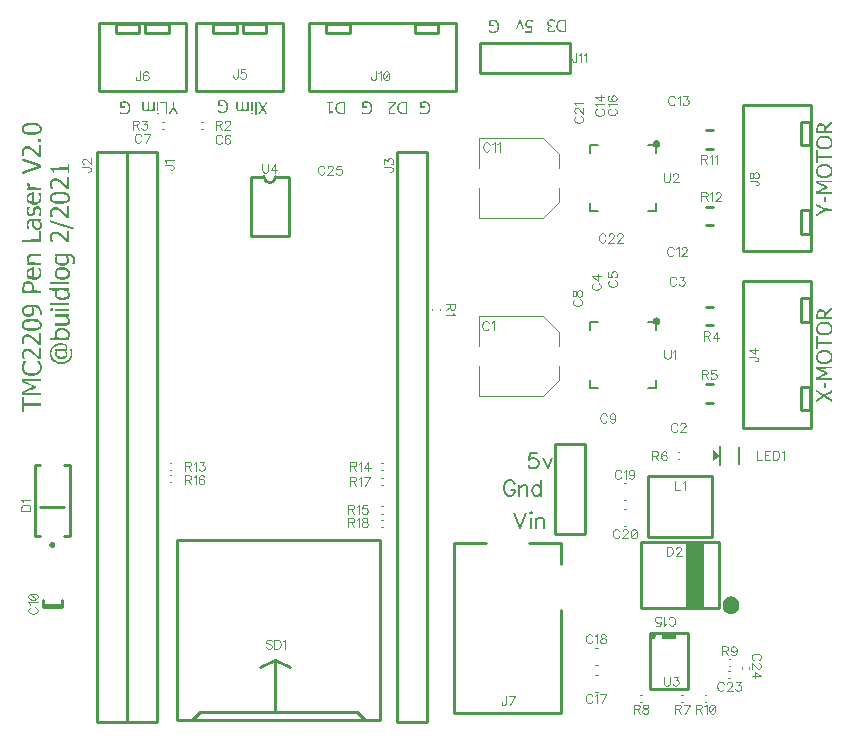
<source format=gbr>
G04 DipTrace 4.1.0.0*
G04 TopSilk.gbr*
%MOIN*%
G04 #@! TF.FileFunction,Legend,Top*
G04 #@! TF.Part,Single*
%ADD10C,0.009843*%
%ADD13C,0.004724*%
%ADD23C,0.005906*%
%ADD26C,0.003937*%
%ADD43C,0.006*%
%ADD105C,0.004632*%
%ADD106C,0.00772*%
%FSLAX26Y26*%
G04*
G70*
G90*
G75*
G01*
G04 TopSilk*
%LPD*%
X1940823Y1580644D2*
D26*
Y1479857D1*
X2154602D1*
X2208539Y1533794D1*
Y1580644D1*
X1940823Y1646786D2*
Y1747573D1*
X2154602D1*
X2208539Y1693636D1*
Y1646786D1*
X550480Y783436D2*
D10*
X487551D1*
X550480Y775987D2*
X487551D1*
X550480D2*
Y799546D1*
X487551Y775987D2*
Y799546D1*
X1940823Y2174692D2*
D26*
Y2073904D1*
X2154602D1*
X2208539Y2127841D1*
Y2174692D1*
X1940823Y2240833D2*
Y2341621D1*
X2154602D1*
X2208539Y2287684D1*
Y2240833D1*
X2328630Y551866D2*
D13*
X2338079D1*
X2328630Y494386D2*
X2338079D1*
X2328630Y639421D2*
X2338079D1*
X2328630Y581941D2*
X2338079D1*
X2423144Y1189920D2*
X2432593D1*
X2423144Y1132440D2*
X2432593D1*
X2423144Y1103306D2*
X2432593D1*
X2423144Y1045825D2*
X2432593D1*
X2779269Y541581D2*
D26*
X2772970D1*
X2779269Y565203D2*
X2772970D1*
X2817197Y569432D2*
Y575731D1*
X2840819Y569432D2*
Y575731D1*
X479650Y1013387D2*
D10*
X459961D1*
Y1249612D1*
X479650D1*
X558382Y1013387D2*
X578071D1*
Y1249612D1*
X558382D1*
X479650Y1111833D2*
X558382D1*
G36*
X528854Y983865D2*
X528770Y982581D1*
X528519Y981318D1*
X528105Y980100D1*
X527536Y978946D1*
X526821Y977875D1*
X525973Y976908D1*
X525005Y976059D1*
X523935Y975344D1*
X522781Y974775D1*
X521562Y974361D1*
X520300Y974110D1*
X519016Y974026D1*
X517732Y974110D1*
X516469Y974361D1*
X515251Y974775D1*
X514096Y975344D1*
X513026Y976059D1*
X512059Y976908D1*
X511210Y977875D1*
X510495Y978946D1*
X509926Y980100D1*
X509512Y981318D1*
X509261Y982581D1*
X509177Y983865D1*
Y983883D1*
X509261Y985167D1*
X509512Y986430D1*
X509926Y987648D1*
X510495Y988802D1*
X511210Y989873D1*
X512059Y990840D1*
X513026Y991689D1*
X514096Y992404D1*
X515251Y992973D1*
X516469Y993387D1*
X517732Y993638D1*
X519016Y993722D1*
X520300Y993638D1*
X521562Y993387D1*
X522781Y992973D1*
X523935Y992404D1*
X525005Y991689D1*
X525973Y990840D1*
X526821Y989873D1*
X527536Y988803D1*
X528105Y987648D1*
X528519Y986430D1*
X528770Y985167D1*
X528854Y983883D1*
Y983865D1*
G37*
X2741749Y773247D2*
D10*
Y993325D1*
X2481907D1*
Y773247D1*
X2741749D1*
G36*
X2690568Y773050D2*
Y993522D1*
X2631513D1*
Y773050D1*
X2690568D1*
G37*
G36*
X2808678Y780924D2*
X2808443Y777327D1*
X2807739Y773791D1*
X2806581Y770377D1*
X2804986Y767144D1*
X2802983Y764147D1*
X2800607Y761437D1*
X2797896Y759060D1*
X2794899Y757057D1*
X2791666Y755463D1*
X2788252Y754304D1*
X2784717Y753601D1*
X2781119Y753365D1*
X2777522Y753601D1*
X2773987Y754304D1*
X2770573Y755463D1*
X2767340Y757057D1*
X2764343Y759060D1*
X2761632Y761437D1*
X2759255Y764147D1*
X2757253Y767144D1*
X2755658Y770377D1*
X2754499Y773791D1*
X2753796Y777327D1*
X2753560Y780924D1*
Y784861D1*
X2753796Y788458D1*
X2754499Y791994D1*
X2755658Y795407D1*
X2757253Y798640D1*
X2759255Y801638D1*
X2761632Y804348D1*
X2764343Y806725D1*
X2767340Y808728D1*
X2770573Y810322D1*
X2773987Y811481D1*
X2777522Y812184D1*
X2781119Y812420D1*
X2784717Y812184D1*
X2788252Y811481D1*
X2791666Y810322D1*
X2794899Y808728D1*
X2797896Y806725D1*
X2800607Y804348D1*
X2802983Y801638D1*
X2804986Y798640D1*
X2806581Y795407D1*
X2807739Y791994D1*
X2808443Y788458D1*
X2808678Y784861D1*
Y780924D1*
G37*
X769016Y1919715D2*
D10*
Y1927316D1*
Y468115D2*
Y2294016D1*
Y394016D2*
Y468115D1*
X869016Y394016D2*
X769016D1*
X869016D2*
Y2294016D1*
X769016D1*
X669016Y1919715D2*
Y1927316D1*
Y468115D2*
Y2294016D1*
Y394016D2*
Y468115D1*
X769016Y394016D2*
X669016D1*
X769016D2*
Y2294016D1*
X669016D1*
X1669016Y1919715D2*
Y1927316D1*
Y468115D2*
Y2294016D1*
Y394016D2*
Y468115D1*
X1769016Y394016D2*
X1669016D1*
X1769016D2*
Y2294016D1*
X1669016D1*
X2822657Y1374921D2*
X3049035D1*
Y1863110D1*
X2822657D1*
Y1374921D1*
X3015571Y1432008D2*
X3045098D1*
Y1510748D1*
X3015571D1*
Y1432008D1*
Y1727283D2*
X3045098D1*
Y1806024D1*
X3015571D1*
Y1727283D1*
X1289685Y2497657D2*
Y2724035D1*
X998346D1*
Y2497657D1*
X1289685D1*
X1232598Y2690571D2*
Y2720098D1*
X1153858D1*
Y2690571D1*
X1232598D1*
X1134173D2*
Y2720098D1*
X1055433D1*
Y2690571D1*
X1134173D1*
X964685Y2497657D2*
Y2724035D1*
X673346D1*
Y2497657D1*
X964685D1*
X907598Y2690571D2*
Y2720098D1*
X828858D1*
Y2690571D1*
X907598D1*
X809173D2*
Y2720098D1*
X730433D1*
Y2690571D1*
X809173D1*
X2213524Y767222D2*
Y422756D1*
X1859181D1*
Y426692D1*
Y422756D2*
Y989690D1*
X1965476D1*
X2107189D2*
X2213524D1*
Y920761D1*
X2822657Y1963668D2*
X3049035D1*
Y2451857D1*
X2822657D1*
Y1963668D1*
X3015571Y2020755D2*
X3045098D1*
Y2099495D1*
X3015571D1*
Y2020755D1*
Y2316030D2*
X3045098D1*
Y2394770D1*
X3015571D1*
Y2316030D1*
X2294018Y1019017D2*
X2194018Y1019014D1*
X2194008Y1319014D1*
X2294008Y1319017D2*
X2194008Y1319014D1*
X2294018Y1019017D2*
X2294008Y1319017D1*
X1863110Y2497657D2*
Y2724035D1*
X1374921D1*
Y2497657D1*
X1863110D1*
X1806024Y2690571D2*
Y2720098D1*
X1727283D1*
Y2690571D1*
X1806024D1*
X1510748D2*
Y2720098D1*
X1432008D1*
Y2690571D1*
X1510748D1*
X1944016Y2556016D2*
Y2656016D1*
X2244016D1*
Y2556016D2*
Y2656016D1*
X1944016Y2556016D2*
X2244016D1*
X2718127Y1010451D2*
Y1215176D1*
X2505529D1*
Y1010451D1*
X2718127D1*
G36*
X2745756Y1281516D2*
X2720756Y1300266D1*
Y1262765D1*
D1*
X2745756Y1281516D1*
G37*
Y1312765D2*
D23*
Y1250266D1*
X2808403Y1311043D2*
Y1251988D1*
X1809827Y1771521D2*
D13*
Y1766009D1*
X1786205Y1771521D2*
Y1766009D1*
X1021772Y2369705D2*
X1016260D1*
X1021772Y2393327D2*
X1016260D1*
X885009D2*
X890521D1*
X885009Y2369705D2*
X890521D1*
X2720264Y1778597D2*
D10*
X2696705D1*
X2720264Y1715668D2*
X2696705D1*
X2720264Y1518755D2*
X2696705D1*
X2720264Y1455825D2*
X2696705D1*
X2603760Y1293327D2*
D13*
X2609272D1*
X2603760Y1269705D2*
X2609272D1*
X2621352Y458902D2*
X2615840D1*
X2621352Y482524D2*
X2615840D1*
X2484272Y458902D2*
X2478760D1*
X2484272Y482524D2*
X2478760D1*
X2778982Y579420D2*
X2773470D1*
X2778982Y603042D2*
X2773470D1*
X2699315Y458993D2*
X2693803D1*
X2699315Y482615D2*
X2693803D1*
X2720264Y2367621D2*
D10*
X2696705D1*
X2720264Y2304692D2*
X2696705D1*
X2720264Y2111822D2*
X2696705D1*
X2720264Y2048892D2*
X2696705D1*
X915522Y1232205D2*
D13*
X910010D1*
X915522Y1255827D2*
X910010D1*
X1616260D2*
X1621772D1*
X1616260Y1232205D2*
X1621772D1*
X1616260Y1112076D2*
X1621772D1*
X1616260Y1088454D2*
X1621772D1*
X910010Y1218327D2*
X915522D1*
X910010Y1194705D2*
X915522D1*
X1621772Y1182205D2*
X1616260D1*
X1621772Y1205827D2*
X1616260D1*
X1621772Y1044705D2*
X1616260D1*
X1621772Y1068327D2*
X1616260D1*
X985544Y401484D2*
D10*
X1010518Y426504D1*
X935527Y401483D2*
X1610527Y401496D1*
X1610515Y1001496D1*
X935515Y1001483D1*
X935527Y401483D1*
X1010518Y426504D2*
X1535534Y426514D1*
X1560509Y401495D1*
X1260539Y426509D2*
X1260536Y601469D1*
X1210518Y576508D1*
X1260536Y601469D2*
X1310553Y576510D1*
G36*
X2533582Y1742209D2*
X2535214Y1742102D1*
X2536817Y1741783D1*
X2538366Y1741258D1*
X2539832Y1740535D1*
X2541192Y1739626D1*
X2542421Y1738548D1*
X2543499Y1737319D1*
X2544407Y1735959D1*
X2545131Y1734493D1*
X2545656Y1732945D1*
X2545975Y1731341D1*
X2546082Y1729709D1*
X2545975Y1728078D1*
X2545656Y1726474D1*
X2545131Y1724926D1*
X2544407Y1723459D1*
X2543499Y1722100D1*
X2542421Y1720870D1*
X2541192Y1719792D1*
X2539832Y1718884D1*
X2538366Y1718161D1*
X2536817Y1717635D1*
X2535214Y1717316D1*
X2533582Y1717209D1*
X2532695D1*
X2531063Y1717316D1*
X2529460Y1717635D1*
X2527911Y1718161D1*
X2526445Y1718884D1*
X2525085Y1719792D1*
X2523856Y1720870D1*
X2522778Y1722100D1*
X2521870Y1723459D1*
X2521146Y1724926D1*
X2520621Y1726474D1*
X2520302Y1728078D1*
X2520195Y1729709D1*
X2520302Y1731341D1*
X2520621Y1732945D1*
X2521146Y1734493D1*
X2521870Y1735959D1*
X2522778Y1737319D1*
X2523856Y1738548D1*
X2525085Y1739626D1*
X2526445Y1740535D1*
X2527911Y1741258D1*
X2529460Y1741783D1*
X2531063Y1742102D1*
X2532695Y1742209D1*
X2533582D1*
G37*
X2530830Y1700611D2*
D43*
Y1726957D1*
X2504484Y1507455D2*
X2530830D1*
X2311327Y1533804D2*
Y1507455D1*
Y1726957D2*
Y1700611D1*
Y1507455D2*
X2337677D1*
X2530830D2*
Y1533804D1*
Y1726957D2*
X2504484D1*
X2337677D2*
X2311327D1*
G36*
X2533582Y2332760D2*
X2535214Y2332654D1*
X2536817Y2332335D1*
X2538366Y2331809D1*
X2539832Y2331086D1*
X2541192Y2330177D1*
X2542421Y2329099D1*
X2543499Y2327870D1*
X2544407Y2326510D1*
X2545131Y2325044D1*
X2545656Y2323496D1*
X2545975Y2321892D1*
X2546082Y2320260D1*
X2545975Y2318629D1*
X2545656Y2317025D1*
X2545131Y2315477D1*
X2544407Y2314010D1*
X2543499Y2312651D1*
X2542421Y2311422D1*
X2541192Y2310344D1*
X2539832Y2309435D1*
X2538366Y2308712D1*
X2536817Y2308186D1*
X2535214Y2307867D1*
X2533582Y2307760D1*
X2532695D1*
X2531063Y2307867D1*
X2529460Y2308186D1*
X2527911Y2308712D1*
X2526445Y2309435D1*
X2525085Y2310344D1*
X2523856Y2311422D1*
X2522778Y2312651D1*
X2521870Y2314010D1*
X2521146Y2315477D1*
X2520621Y2317025D1*
X2520302Y2318629D1*
X2520195Y2320260D1*
X2520302Y2321892D1*
X2520621Y2323496D1*
X2521146Y2325044D1*
X2521870Y2326510D1*
X2522778Y2327870D1*
X2523856Y2329099D1*
X2525085Y2330177D1*
X2526445Y2331086D1*
X2527911Y2331809D1*
X2529460Y2332335D1*
X2531063Y2332654D1*
X2532695Y2332760D1*
X2533582D1*
G37*
X2530830Y2291162D2*
D43*
Y2317509D1*
X2504484Y2098006D2*
X2530830D1*
X2311327Y2124355D2*
Y2098006D1*
Y2317509D2*
Y2291162D1*
Y2098006D2*
X2337677D1*
X2530830D2*
Y2124355D1*
Y2317509D2*
X2504484D1*
X2337677D2*
X2311327D1*
X2638693Y689390D2*
D10*
X2510736D1*
Y502382D1*
X2638693D1*
Y689390D1*
G36*
X2520595D2*
X2521880Y689306D1*
X2523143Y689054D1*
X2524363Y688640D1*
X2525518Y688071D1*
X2526589Y687355D1*
X2527557Y686506D1*
X2528406Y685538D1*
X2529122Y684467D1*
X2529691Y683312D1*
X2530105Y682092D1*
X2530357Y680829D1*
X2530441Y679544D1*
X2530357Y678259D1*
X2530105Y676996D1*
X2529691Y675776D1*
X2529122Y674621D1*
X2528406Y673550D1*
X2527557Y672582D1*
X2526589Y671733D1*
X2525518Y671017D1*
X2524363Y670448D1*
X2523143Y670034D1*
X2521880Y669782D1*
X2520595Y669698D1*
X2520582D1*
X2519297Y669782D1*
X2518034Y670034D1*
X2516814Y670448D1*
X2515659Y671017D1*
X2514588Y671733D1*
X2513620Y672582D1*
X2512771Y673550D1*
X2512055Y674621D1*
X2511486Y675776D1*
X2511072Y676996D1*
X2510820Y678259D1*
X2510736Y679544D1*
X2510820Y680829D1*
X2511072Y682092D1*
X2511486Y683312D1*
X2512055Y684467D1*
X2512771Y685538D1*
X2513620Y686506D1*
X2514588Y687355D1*
X2515659Y688071D1*
X2516814Y688640D1*
X2518034Y689054D1*
X2519297Y689306D1*
X2520582Y689390D1*
X2520595D1*
G37*
G36*
X2599339D2*
X2550118D1*
Y669698D1*
X2599339D1*
Y689390D1*
G37*
X1181031Y2211193D2*
D10*
Y2014340D1*
X1307000Y2211193D2*
Y2014340D1*
X1181031D2*
X1307000D1*
X1181031Y2211193D2*
X1224328D1*
X1263703D2*
X1307000D1*
X1224328D2*
G03X1263703Y2211193I19688J1D01*
G01*
G36*
X3095424Y1758913D2*
Y1759569D1*
X3094768Y1760881D1*
X3093456Y1762850D1*
X3089519Y1766787D1*
X3085582Y1768755D1*
X3082301Y1769411D1*
X3078364D1*
X3075739Y1768755D1*
X3073771Y1768099D1*
X3071802Y1766787D1*
X3069178Y1764162D1*
X3067209Y1760225D1*
X3066553Y1758257D1*
X3065897Y1752351D1*
Y1736603D1*
X3118390D1*
Y1743165D1*
X3097393Y1743821D1*
Y1751039D1*
X3100018Y1753663D1*
X3101330Y1754320D1*
X3117734Y1767443D1*
X3118390Y1768099D1*
Y1776629D1*
X3115766Y1774661D1*
X3112485Y1772036D1*
X3108548Y1768755D1*
X3105267Y1766131D1*
X3101330Y1762850D1*
X3098049Y1760225D1*
X3096737Y1758913D1*
X3096041Y1758200D1*
X3095701Y1758307D1*
X3095424Y1758913D1*
X3090175D1*
Y1758257D1*
X3091487Y1755632D1*
X3092144Y1754976D1*
Y1743821D1*
X3085145Y1743165D1*
X3078145D1*
X3071146Y1743821D1*
Y1753663D1*
X3071802Y1754320D1*
X3072459Y1756944D1*
X3073115Y1758257D1*
Y1758913D1*
X3075083Y1760881D1*
X3076396Y1761537D1*
X3079458Y1762194D1*
X3082520D1*
X3085582Y1761537D1*
X3087550Y1760881D1*
X3088207Y1760225D1*
X3090175Y1758913D1*
X3095424D1*
G37*
G36*
X3071146Y1720855D2*
X3068522Y1718230D1*
X3067209Y1716262D1*
X3066553Y1714949D1*
X3065241Y1711012D1*
X3064585Y1706419D1*
Y1703138D1*
X3065241Y1699201D1*
X3065897Y1696577D1*
X3067865Y1692640D1*
X3069178Y1690671D1*
X3072459Y1687390D1*
X3074427Y1686078D1*
X3078364Y1684110D1*
X3082301Y1682797D1*
X3084926Y1682141D1*
X3099361D1*
X3102642Y1682797D1*
X3106579Y1684110D1*
X3109204Y1685422D1*
X3111173Y1686734D1*
X3113797Y1688703D1*
X3114453Y1689359D1*
X3116422Y1691984D1*
X3117734Y1693952D1*
X3118390Y1695921D1*
X3119047Y1697233D1*
X3119703Y1699858D1*
Y1709700D1*
X3119047Y1712325D1*
X3118390Y1714293D1*
X3117078Y1716918D1*
X3115766Y1718886D1*
X3111829Y1722823D1*
X3109860Y1724136D1*
X3105923Y1726104D1*
X3103955Y1726760D1*
X3101330Y1727417D1*
X3097393Y1728073D1*
X3087550D1*
X3083613Y1727417D1*
X3080989Y1726760D1*
X3079020Y1726104D1*
X3073771Y1723480D1*
X3071146Y1720855D1*
X3087550D1*
X3090831Y1721511D1*
X3094112D1*
X3097393Y1720855D1*
X3101330Y1720199D1*
X3103955Y1719543D1*
X3107892Y1717574D1*
X3108548Y1716918D1*
X3109860Y1716262D1*
X3111829Y1714293D1*
Y1713637D1*
X3113141Y1711669D1*
X3113797Y1709700D1*
X3114453Y1709044D1*
Y1700514D1*
X3113797Y1699858D1*
X3112485Y1697233D1*
Y1696577D1*
X3108548Y1692640D1*
X3104611Y1690671D1*
X3102642Y1690015D1*
X3099361Y1689359D1*
X3094768Y1688703D1*
X3090175D1*
X3085582Y1689359D1*
X3082301Y1690015D1*
X3080333Y1690671D1*
X3076396Y1692640D1*
X3075739Y1693296D1*
X3074427Y1693952D1*
X3073115Y1695264D1*
Y1695921D1*
X3071802Y1697889D1*
X3071146Y1699201D1*
X3070490Y1701826D1*
X3069834Y1702482D1*
Y1707075D1*
X3070490Y1707732D1*
X3071146Y1710356D1*
X3071802Y1712325D1*
Y1712981D1*
X3075739Y1716918D1*
X3080989Y1719543D1*
X3083613Y1720199D1*
X3087550Y1720855D1*
X3071146D1*
G37*
G36*
X3065897Y1678860D2*
Y1636865D1*
X3071802D1*
Y1653926D1*
X3118390Y1654582D1*
Y1661144D1*
X3071802Y1661800D1*
Y1678860D1*
X3065897D1*
G37*
G36*
X3071146Y1626367D2*
X3068522Y1623742D1*
X3067209Y1621774D1*
X3066553Y1620461D1*
X3065241Y1616524D1*
X3064585Y1611931D1*
Y1608650D1*
X3065241Y1604713D1*
X3065897Y1602089D1*
X3067865Y1598152D1*
X3069178Y1596183D1*
X3072459Y1592902D1*
X3074427Y1591590D1*
X3078364Y1589621D1*
X3082301Y1588309D1*
X3084926Y1587653D1*
X3099361D1*
X3102642Y1588309D1*
X3106579Y1589621D1*
X3109204Y1590934D1*
X3111173Y1592246D1*
X3113797Y1594215D1*
X3114453Y1594871D1*
X3116422Y1597495D1*
X3117734Y1599464D1*
X3118390Y1601432D1*
X3119047Y1602745D1*
X3119703Y1605369D1*
Y1615212D1*
X3119047Y1617837D1*
X3118390Y1619805D1*
X3117078Y1622430D1*
X3115766Y1624398D1*
X3111829Y1628335D1*
X3109860Y1629648D1*
X3105923Y1631616D1*
X3103955Y1632272D1*
X3101330Y1632928D1*
X3097393Y1633585D1*
X3087550D1*
X3083613Y1632928D1*
X3080989Y1632272D1*
X3079020Y1631616D1*
X3073771Y1628991D1*
X3071146Y1626367D1*
X3087550D1*
X3090831Y1627023D1*
X3094112D1*
X3097393Y1626367D1*
X3101330Y1625711D1*
X3103955Y1625054D1*
X3107892Y1623086D1*
X3108548Y1622430D1*
X3109860Y1621774D1*
X3111829Y1619805D1*
Y1619149D1*
X3113141Y1617180D1*
X3113797Y1615212D1*
X3114453Y1614556D1*
Y1606026D1*
X3113797Y1605369D1*
X3112485Y1602745D1*
Y1602089D1*
X3108548Y1598152D1*
X3104611Y1596183D1*
X3102642Y1595527D1*
X3099361Y1594871D1*
X3094768Y1594215D1*
X3090175D1*
X3085582Y1594871D1*
X3082301Y1595527D1*
X3080333Y1596183D1*
X3076396Y1598152D1*
X3075739Y1598808D1*
X3074427Y1599464D1*
X3073115Y1600776D1*
Y1601432D1*
X3071802Y1603401D1*
X3071146Y1604713D1*
X3070490Y1607338D1*
X3069834Y1607994D1*
Y1612587D1*
X3070490Y1613243D1*
X3071146Y1615868D1*
X3071802Y1617837D1*
Y1618493D1*
X3075739Y1622430D1*
X3080989Y1625054D1*
X3083613Y1625711D1*
X3087550Y1626367D1*
X3071146D1*
G37*
G36*
X3065897Y1578467D2*
Y1569936D1*
X3066553Y1569280D1*
X3070490Y1567312D1*
X3093456Y1557469D1*
X3095424Y1556813D1*
Y1556157D1*
X3093456Y1555501D1*
X3069834Y1545002D1*
X3065897Y1543033D1*
Y1533847D1*
X3118390D1*
Y1539753D1*
X3073115Y1540409D1*
X3074427Y1541065D1*
X3076396Y1541721D1*
X3080989Y1543690D1*
X3086894Y1546314D1*
X3091487Y1548283D1*
X3097393Y1550907D1*
X3101986Y1552876D1*
X3103298Y1553532D1*
X3103955Y1554188D1*
Y1558125D1*
X3100018Y1560094D1*
X3088207Y1565343D1*
X3083613Y1567312D1*
X3077708Y1569936D1*
X3075739Y1570592D1*
X3073115Y1571905D1*
X3118390Y1572561D1*
Y1578467D1*
X3065897D1*
G37*
G36*
X3092800Y1524661D2*
Y1505632D1*
X3098705D1*
Y1524661D1*
X3092800D1*
G37*
G36*
X3065897Y1501039D2*
Y1495133D1*
X3067865Y1493165D1*
X3074427Y1489228D1*
X3076396Y1487915D1*
X3079676Y1485947D1*
X3081645Y1484634D1*
X3084926Y1482666D1*
X3086238Y1482010D1*
X3086894Y1481354D1*
X3085582Y1480697D1*
X3069178Y1470855D1*
X3067209Y1469543D1*
X3065897Y1468230D1*
Y1461669D1*
X3066553D1*
X3069178Y1462981D1*
X3072459Y1464949D1*
X3074427Y1466262D1*
X3080989Y1470199D1*
X3082957Y1471511D1*
X3089519Y1475448D1*
X3091487Y1476760D1*
X3092189Y1477199D1*
X3092800Y1477417D1*
X3094112Y1476104D1*
X3097393Y1474136D1*
X3101330Y1471511D1*
X3104611Y1469543D1*
X3106579Y1468230D1*
X3109860Y1466262D1*
X3113797Y1463637D1*
X3117078Y1461669D1*
X3118390Y1461012D1*
Y1467574D1*
X3117078Y1468886D1*
X3115110Y1470199D1*
X3111829Y1472167D1*
X3109860Y1473480D1*
X3103298Y1477417D1*
X3101330Y1478729D1*
X3098705Y1480041D1*
X3097927Y1480779D1*
X3098130Y1481217D1*
X3098705Y1482010D1*
X3101330Y1483322D1*
X3107892Y1487259D1*
X3109860Y1488571D1*
X3116422Y1492509D1*
X3118390Y1493821D1*
Y1501039D1*
X3117734D1*
X3116422Y1500383D1*
X3114453Y1499070D1*
X3107892Y1495133D1*
X3105923Y1493821D1*
X3102642Y1491852D1*
X3100674Y1490540D1*
X3094112Y1486603D1*
X3093456Y1485947D1*
X3092581Y1485291D1*
X3091706D1*
X3090831Y1485947D1*
X3088863Y1487259D1*
X3085582Y1489228D1*
X3081645Y1491852D1*
X3078364Y1493821D1*
X3074427Y1496446D1*
X3071146Y1498414D1*
X3067209Y1501039D1*
X3065897D1*
G37*
G36*
X3095424Y2378991D2*
Y2379648D1*
X3094768Y2380960D1*
X3093456Y2382928D1*
X3089519Y2386865D1*
X3085582Y2388834D1*
X3082301Y2389490D1*
X3078364D1*
X3075739Y2388834D1*
X3073771Y2388178D1*
X3071802Y2386865D1*
X3069178Y2384241D1*
X3067209Y2380304D1*
X3066553Y2378335D1*
X3065897Y2372430D1*
Y2356682D1*
X3118390D1*
Y2363243D1*
X3097393Y2363900D1*
Y2371117D1*
X3100018Y2373742D1*
X3101330Y2374398D1*
X3117734Y2387522D1*
X3118390Y2388178D1*
Y2396708D1*
X3115766Y2394739D1*
X3112485Y2392115D1*
X3108548Y2388834D1*
X3105267Y2386209D1*
X3101330Y2382928D1*
X3098049Y2380304D1*
X3096737Y2378991D1*
X3096041Y2378279D1*
X3095701Y2378385D1*
X3095424Y2378991D1*
X3090175D1*
Y2378335D1*
X3091487Y2375711D1*
X3092144Y2375054D1*
Y2363900D1*
X3085145Y2363243D1*
X3078145D1*
X3071146Y2363900D1*
Y2373742D1*
X3071802Y2374398D1*
X3072459Y2377023D1*
X3073115Y2378335D1*
Y2378991D1*
X3075083Y2380960D1*
X3076396Y2381616D1*
X3079458Y2382272D1*
X3082520D1*
X3085582Y2381616D1*
X3087550Y2380960D1*
X3088207Y2380304D1*
X3090175Y2378991D1*
X3095424D1*
G37*
G36*
X3071146Y2340934D2*
X3068522Y2338309D1*
X3067209Y2336341D1*
X3066553Y2335028D1*
X3065241Y2331091D1*
X3064585Y2326498D1*
Y2323217D1*
X3065241Y2319280D1*
X3065897Y2316655D1*
X3067865Y2312718D1*
X3069178Y2310750D1*
X3072459Y2307469D1*
X3074427Y2306157D1*
X3078364Y2304188D1*
X3082301Y2302876D1*
X3084926Y2302220D1*
X3099361D1*
X3102642Y2302876D1*
X3106579Y2304188D1*
X3109204Y2305501D1*
X3111173Y2306813D1*
X3113797Y2308781D1*
X3114453Y2309438D1*
X3116422Y2312062D1*
X3117734Y2314031D1*
X3118390Y2315999D1*
X3119047Y2317312D1*
X3119703Y2319936D1*
Y2329779D1*
X3119047Y2332404D1*
X3118390Y2334372D1*
X3117078Y2336997D1*
X3115766Y2338965D1*
X3111829Y2342902D1*
X3109860Y2344215D1*
X3105923Y2346183D1*
X3103955Y2346839D1*
X3101330Y2347495D1*
X3097393Y2348152D1*
X3087550D1*
X3083613Y2347495D1*
X3080989Y2346839D1*
X3079020Y2346183D1*
X3073771Y2343558D1*
X3071146Y2340934D1*
X3087550D1*
X3090831Y2341590D1*
X3094112D1*
X3097393Y2340934D1*
X3101330Y2340278D1*
X3103955Y2339621D1*
X3107892Y2337653D1*
X3108548Y2336997D1*
X3109860Y2336341D1*
X3111829Y2334372D1*
Y2333716D1*
X3113141Y2331747D1*
X3113797Y2329779D1*
X3114453Y2329123D1*
Y2320592D1*
X3113797Y2319936D1*
X3112485Y2317312D1*
Y2316655D1*
X3108548Y2312718D1*
X3104611Y2310750D1*
X3102642Y2310094D1*
X3099361Y2309438D1*
X3094768Y2308781D1*
X3090175D1*
X3085582Y2309438D1*
X3082301Y2310094D1*
X3080333Y2310750D1*
X3076396Y2312718D1*
X3075739Y2313375D1*
X3074427Y2314031D1*
X3073115Y2315343D1*
Y2315999D1*
X3071802Y2317968D1*
X3071146Y2319280D1*
X3070490Y2321905D1*
X3069834Y2322561D1*
Y2327154D1*
X3070490Y2327810D1*
X3071146Y2330435D1*
X3071802Y2332404D1*
Y2333060D1*
X3075739Y2336997D1*
X3080989Y2339621D1*
X3083613Y2340278D1*
X3087550Y2340934D1*
X3071146D1*
G37*
G36*
X3065897Y2298939D2*
Y2256944D1*
X3071802D1*
Y2274005D1*
X3118390Y2274661D1*
Y2281222D1*
X3071802Y2281879D1*
Y2298939D1*
X3065897D1*
G37*
G36*
X3071146Y2246446D2*
X3068522Y2243821D1*
X3067209Y2241852D1*
X3066553Y2240540D1*
X3065241Y2236603D1*
X3064585Y2232010D1*
Y2228729D1*
X3065241Y2224792D1*
X3065897Y2222167D1*
X3067865Y2218230D1*
X3069178Y2216262D1*
X3072459Y2212981D1*
X3074427Y2211669D1*
X3078364Y2209700D1*
X3082301Y2208388D1*
X3084926Y2207732D1*
X3099361D1*
X3102642Y2208388D1*
X3106579Y2209700D1*
X3109204Y2211012D1*
X3111173Y2212325D1*
X3113797Y2214293D1*
X3114453Y2214949D1*
X3116422Y2217574D1*
X3117734Y2219543D1*
X3118390Y2221511D1*
X3119047Y2222823D1*
X3119703Y2225448D1*
Y2235291D1*
X3119047Y2237915D1*
X3118390Y2239884D1*
X3117078Y2242509D1*
X3115766Y2244477D1*
X3111829Y2248414D1*
X3109860Y2249726D1*
X3105923Y2251695D1*
X3103955Y2252351D1*
X3101330Y2253007D1*
X3097393Y2253663D1*
X3087550D1*
X3083613Y2253007D1*
X3080989Y2252351D1*
X3079020Y2251695D1*
X3073771Y2249070D1*
X3071146Y2246446D1*
X3087550D1*
X3090831Y2247102D1*
X3094112D1*
X3097393Y2246446D1*
X3101330Y2245789D1*
X3103955Y2245133D1*
X3107892Y2243165D1*
X3108548Y2242509D1*
X3109860Y2241852D1*
X3111829Y2239884D1*
Y2239228D1*
X3113141Y2237259D1*
X3113797Y2235291D1*
X3114453Y2234634D1*
Y2226104D1*
X3113797Y2225448D1*
X3112485Y2222823D1*
Y2222167D1*
X3108548Y2218230D1*
X3104611Y2216262D1*
X3102642Y2215606D1*
X3099361Y2214949D1*
X3094768Y2214293D1*
X3090175D1*
X3085582Y2214949D1*
X3082301Y2215606D1*
X3080333Y2216262D1*
X3076396Y2218230D1*
X3075739Y2218886D1*
X3074427Y2219543D1*
X3073115Y2220855D1*
Y2221511D1*
X3071802Y2223480D1*
X3071146Y2224792D1*
X3070490Y2227417D1*
X3069834Y2228073D1*
Y2232666D1*
X3070490Y2233322D1*
X3071146Y2235947D1*
X3071802Y2237915D1*
Y2238571D1*
X3075739Y2242509D1*
X3080989Y2245133D1*
X3083613Y2245789D1*
X3087550Y2246446D1*
X3071146D1*
G37*
G36*
X3065897Y2198545D2*
Y2190015D1*
X3066553Y2189359D1*
X3070490Y2187390D1*
X3093456Y2177548D1*
X3095424Y2176892D1*
Y2176236D1*
X3093456Y2175579D1*
X3069834Y2165081D1*
X3065897Y2163112D1*
Y2153926D1*
X3118390D1*
Y2159831D1*
X3073115Y2160488D1*
X3074427Y2161144D1*
X3076396Y2161800D1*
X3080989Y2163768D1*
X3086894Y2166393D1*
X3091487Y2168362D1*
X3097393Y2170986D1*
X3101986Y2172955D1*
X3103298Y2173611D1*
X3103955Y2174267D1*
Y2178204D1*
X3100018Y2180173D1*
X3088207Y2185422D1*
X3083613Y2187390D1*
X3077708Y2190015D1*
X3075739Y2190671D1*
X3073115Y2191984D1*
X3118390Y2192640D1*
Y2198545D1*
X3065897D1*
G37*
G36*
X3092800Y2144739D2*
Y2125711D1*
X3098705D1*
Y2144739D1*
X3092800D1*
G37*
G36*
X3065897Y2121774D2*
Y2115212D1*
X3067865Y2113900D1*
X3072459Y2111275D1*
X3082301Y2105369D1*
X3086894Y2102745D1*
X3089519Y2101432D1*
X3088863Y2100776D1*
X3087550Y2100120D1*
X3082957Y2097495D1*
X3079676Y2095527D1*
X3075083Y2092902D1*
X3071802Y2090934D1*
X3067209Y2088309D1*
X3065897Y2086997D1*
Y2080435D1*
X3066553D1*
X3067865Y2081091D1*
X3072459Y2083716D1*
X3079020Y2087653D1*
X3083613Y2090278D1*
X3090175Y2094215D1*
X3094768Y2096839D1*
X3118390Y2098152D1*
Y2104057D1*
X3094112Y2105369D1*
X3091487Y2106682D1*
X3090831Y2107338D1*
X3074427Y2117180D1*
X3072459Y2118493D1*
X3069178Y2120461D1*
X3066553Y2121774D1*
X3065897D1*
G37*
G36*
X1132695Y2461734D2*
Y2438637D1*
X1133220Y2436012D1*
X1133745Y2434438D1*
X1134795Y2432338D1*
X1136894Y2430238D1*
X1137944Y2429713D1*
X1140044Y2429188D1*
X1143718D1*
X1145293Y2429713D1*
X1147393Y2430763D1*
X1150018Y2432863D1*
X1150543Y2433388D1*
X1150651Y2433744D1*
X1151127Y2434178D1*
X1151554Y2434153D1*
X1152002Y2433715D1*
X1152117Y2433388D1*
X1153167Y2431813D1*
X1154217Y2430763D1*
X1156317Y2429713D1*
X1157892Y2429188D1*
X1161566D1*
X1163141Y2429713D1*
X1165241Y2430763D1*
X1166816Y2431813D1*
X1167865Y2432863D1*
X1168257Y2433200D1*
X1168529Y2433169D1*
X1168915Y2432863D1*
Y2430238D1*
X1173640D1*
Y2461734D1*
X1168915D1*
Y2438112D1*
X1167340Y2436537D1*
X1166291Y2436012D1*
X1165766Y2435488D1*
X1164716Y2434963D1*
X1163141Y2434438D1*
X1161741Y2433913D1*
X1160341D1*
X1158942Y2434438D1*
X1156842Y2435488D1*
Y2436012D1*
X1156317Y2437062D1*
X1155792Y2461734D1*
X1151068D1*
Y2438112D1*
X1149493Y2436537D1*
X1148443Y2436012D1*
X1147918Y2435488D1*
X1146868Y2434963D1*
X1143718Y2433913D1*
X1142144D1*
X1140569Y2434438D1*
X1139519Y2434963D1*
X1138469Y2436012D1*
Y2436537D1*
X1137944Y2440212D1*
X1137419Y2461734D1*
X1132695D1*
G37*
G36*
X1182039D2*
Y2430238D1*
X1186763D1*
Y2461734D1*
X1182039D1*
G37*
G36*
X1195162D2*
Y2418165D1*
X1199886D1*
Y2461734D1*
X1195162D1*
G37*
G36*
X1204611D2*
X1205034Y2461056D1*
X1205136Y2460684D1*
X1206186Y2459110D1*
X1206711Y2458060D1*
X1208810Y2454910D1*
X1209335Y2453860D1*
X1210385Y2452285D1*
X1210910Y2451236D1*
X1211960Y2449661D1*
X1212485Y2448611D1*
X1214585Y2445461D1*
X1215110Y2444411D1*
X1216159Y2442837D1*
X1216684Y2441787D1*
X1217734Y2440737D1*
Y2440212D1*
X1216684Y2439162D1*
X1216159Y2438112D1*
X1214060Y2434963D1*
X1213535Y2433913D1*
X1211435Y2430763D1*
X1210910Y2429713D1*
X1208810Y2426564D1*
X1208285Y2425514D1*
X1205136Y2420789D1*
X1204611Y2419739D1*
X1210385D1*
X1210910Y2420789D1*
X1213010Y2423939D1*
X1213535Y2424989D1*
X1214585Y2426564D1*
X1215110Y2427613D1*
X1216159Y2429188D1*
X1216684Y2430238D1*
X1218784Y2433388D1*
X1219309Y2434438D1*
Y2434963D1*
X1220359Y2436012D1*
X1220838Y2435812D1*
X1221296Y2435300D1*
X1221409Y2434963D1*
X1221934Y2433913D1*
X1222984Y2432338D1*
X1223508Y2431288D1*
X1224558Y2429713D1*
X1225083Y2428663D1*
X1226133Y2427089D1*
X1226658Y2426039D1*
X1227708Y2424464D1*
X1228233Y2423414D1*
X1229283Y2421839D1*
X1229808Y2420789D1*
X1230858Y2419739D1*
X1236632D1*
X1236107Y2420789D1*
X1234007Y2423939D1*
X1233482Y2424989D1*
X1232432Y2426564D1*
X1231907Y2427613D1*
X1230858Y2429188D1*
X1230333Y2430238D1*
X1229283Y2431813D1*
X1228758Y2432863D1*
X1226658Y2436012D1*
X1226133Y2437062D1*
X1225083Y2438637D1*
X1224558Y2439687D1*
X1223508Y2440737D1*
X1224558Y2441787D1*
X1225608Y2443362D1*
X1226133Y2444411D1*
X1228233Y2447561D1*
X1228758Y2448611D1*
X1230858Y2451760D1*
X1231382Y2452810D1*
X1233482Y2455960D1*
X1234007Y2457010D1*
X1236107Y2460159D1*
X1236632Y2461209D1*
Y2461734D1*
X1231382D1*
X1229283Y2458585D1*
X1228758Y2457535D1*
X1227708Y2455960D1*
X1227183Y2454910D1*
X1225083Y2451760D1*
X1224558Y2450711D1*
X1223508Y2449136D1*
X1222984Y2448086D1*
X1221934Y2446511D1*
X1221669Y2445985D1*
X1221364Y2445437D1*
X1220851Y2444890D1*
X1220581Y2444976D1*
X1220359Y2445461D1*
X1219309Y2447561D1*
X1218259Y2449136D1*
X1217734Y2450186D1*
X1216684Y2451760D1*
X1216159Y2452810D1*
X1215110Y2454385D1*
X1214585Y2455435D1*
X1213535Y2457010D1*
X1213010Y2458060D1*
X1211960Y2459634D1*
X1211435Y2460684D1*
X1210385Y2461734D1*
X1204611D1*
G37*
G36*
X1181514Y2424989D2*
Y2419739D1*
X1187288D1*
Y2424989D1*
X1181514D1*
G37*
G36*
X1434007Y2461734D2*
Y2458060D1*
X1441356Y2457535D1*
Y2419739D1*
X1445031D1*
X1445556Y2420789D1*
X1446081Y2422364D1*
Y2422889D1*
X1447131Y2423939D1*
X1448180Y2424464D1*
X1450280Y2424989D1*
X1453955Y2425514D1*
Y2428663D1*
X1446081Y2429188D1*
Y2457535D1*
X1453955Y2458060D1*
Y2461734D1*
X1434007D1*
G37*
G36*
X1469178Y2457010D2*
X1468128Y2455960D1*
X1466553Y2453860D1*
X1465503Y2452285D1*
X1464453Y2450186D1*
X1463403Y2447036D1*
X1462879Y2444411D1*
Y2436537D1*
X1463403Y2433913D1*
X1463928Y2432338D1*
X1466028Y2428138D1*
X1467078Y2426564D1*
X1469703Y2423939D1*
X1471277Y2422889D1*
X1474427Y2421314D1*
X1477577Y2420264D1*
X1480726Y2419739D1*
X1495424D1*
Y2461734D1*
X1480726D1*
X1477577Y2461209D1*
X1474427Y2460159D1*
X1471277Y2458585D1*
X1469178Y2457010D1*
X1480726D1*
X1484051Y2457535D1*
X1487375D1*
X1490700Y2457010D1*
Y2424464D1*
X1487550Y2423939D1*
X1484401D1*
X1481251Y2424464D1*
X1478627Y2424989D1*
X1477052Y2425514D1*
X1473902Y2427089D1*
X1470753Y2430238D1*
Y2430763D1*
X1469703Y2432338D1*
X1469178Y2433913D1*
X1468653Y2436537D1*
X1468128Y2437062D1*
Y2444411D1*
X1468653Y2444936D1*
X1469178Y2447561D1*
X1469703Y2449136D1*
X1470228Y2450186D1*
X1471802Y2452285D1*
X1471905Y2452658D1*
X1472327Y2453335D1*
X1473377Y2453860D1*
X1474427Y2454910D1*
X1476527Y2455960D1*
X1478102Y2456485D1*
X1480726Y2457010D1*
X1469178D1*
G37*
G36*
X1637682Y2461734D2*
Y2457535D1*
X1658679Y2457010D1*
X1656054Y2454385D1*
X1655005Y2453860D1*
X1647655Y2446511D1*
X1643981Y2442312D1*
X1641881Y2439162D1*
X1640831Y2437062D1*
X1639781Y2433913D1*
Y2427089D1*
X1640306Y2425514D1*
X1641356Y2423414D1*
X1643981Y2420789D1*
X1645556Y2419739D1*
X1647131Y2419215D1*
X1649230Y2418690D1*
X1655005D1*
X1657629Y2419215D1*
X1661304Y2420264D1*
X1662354Y2420789D1*
X1662879Y2421314D1*
Y2426564D1*
X1662354D1*
X1661829Y2426039D1*
X1658679Y2424464D1*
X1655529Y2423414D1*
X1653605Y2422889D1*
X1651680D1*
X1649755Y2423414D1*
X1648180Y2423939D1*
X1647655Y2424464D1*
X1646606Y2424989D1*
X1645983Y2425579D1*
X1646081Y2426039D1*
X1645556Y2427089D1*
X1645031Y2427613D1*
Y2433913D1*
X1645556Y2434438D1*
X1647655Y2438637D1*
X1649230Y2440737D1*
X1651855Y2443886D1*
X1663403Y2455960D1*
Y2461734D1*
X1637682D1*
G37*
G36*
X1675477Y2457010D2*
X1674427Y2455960D1*
X1672852Y2453860D1*
X1671802Y2452285D1*
X1670753Y2450186D1*
X1669703Y2447036D1*
X1669178Y2444411D1*
Y2436537D1*
X1669703Y2433913D1*
X1670228Y2432338D1*
X1672327Y2428138D1*
X1673377Y2426564D1*
X1676002Y2423939D1*
X1677577Y2422889D1*
X1680726Y2421314D1*
X1683876Y2420264D1*
X1687026Y2419739D1*
X1701724D1*
Y2461734D1*
X1687026D1*
X1683876Y2461209D1*
X1680726Y2460159D1*
X1677577Y2458585D1*
X1675477Y2457010D1*
X1687026D1*
X1690350Y2457535D1*
X1693675D1*
X1696999Y2457010D1*
Y2424464D1*
X1693850Y2423939D1*
X1690700D1*
X1687550Y2424464D1*
X1684926Y2424989D1*
X1683351Y2425514D1*
X1680201Y2427089D1*
X1677052Y2430238D1*
Y2430763D1*
X1676002Y2432338D1*
X1675477Y2433913D1*
X1674952Y2436537D1*
X1674427Y2437062D1*
Y2444411D1*
X1674952Y2444936D1*
X1675477Y2447561D1*
X1676002Y2449136D1*
X1676527Y2450186D1*
X1678102Y2452285D1*
X1678204Y2452658D1*
X1678627Y2453335D1*
X1679676Y2453860D1*
X1680726Y2454910D1*
X1682826Y2455960D1*
X1684401Y2456485D1*
X1687026Y2457010D1*
X1675477D1*
G37*
G36*
X756317Y2462784D2*
X753692Y2462259D1*
X750018Y2461209D1*
X747393Y2460159D1*
X746343Y2459634D1*
X745818Y2459110D1*
Y2440737D1*
X760516D1*
Y2445461D1*
X750543Y2445986D1*
Y2456485D1*
X751068Y2457010D1*
X752117Y2457535D1*
X755267Y2458060D1*
X757892Y2458585D1*
X760516D1*
X763141Y2458060D1*
X764716Y2457535D1*
X767865Y2455960D1*
X771015Y2452810D1*
Y2452285D1*
X772590Y2449136D1*
X773115Y2447036D1*
X773640Y2443362D1*
X774165Y2442837D1*
Y2438112D1*
X773640Y2437587D1*
X773115Y2434438D1*
X772590Y2432338D1*
X771015Y2429188D1*
Y2428663D1*
X767865Y2425514D1*
X766816Y2424989D1*
X766291Y2424464D1*
X763141Y2423414D1*
X760866Y2422889D1*
X758592D1*
X756317Y2423414D1*
X754217Y2423939D1*
X752642Y2424464D1*
X748443Y2426564D1*
X747393Y2427613D1*
X745818Y2428663D1*
Y2422364D1*
X746343Y2421839D1*
X748443Y2420789D1*
X753167Y2419215D1*
X755792Y2418690D1*
X762616D1*
X765241Y2419215D1*
X766816Y2419739D1*
X771015Y2421839D1*
X775215Y2426039D1*
X776264Y2427613D1*
X777839Y2430763D1*
X778364Y2432338D1*
X778889Y2434438D1*
X779414Y2438112D1*
Y2443362D1*
X778889Y2447036D1*
X778364Y2449136D1*
X777314Y2452285D1*
X776264Y2454385D1*
X775215Y2455960D1*
X772065Y2459110D1*
X770490Y2460159D1*
X767340Y2461734D1*
X765241Y2462259D1*
X762616Y2462784D1*
X756317D1*
G37*
G36*
X1082301Y2467509D2*
X1079676Y2466984D1*
X1076002Y2465934D1*
X1073377Y2464884D1*
X1072327Y2464359D1*
X1071802Y2463834D1*
Y2445461D1*
X1086501D1*
Y2450186D1*
X1076527Y2450711D1*
Y2461209D1*
X1077052Y2461734D1*
X1078102Y2462259D1*
X1081251Y2462784D1*
X1083876Y2463309D1*
X1086501D1*
X1089125Y2462784D1*
X1090700Y2462259D1*
X1093850Y2460684D1*
X1096999Y2457535D1*
Y2457010D1*
X1098574Y2453860D1*
X1099099Y2451760D1*
X1099624Y2448086D1*
X1100149Y2447561D1*
Y2442837D1*
X1099624Y2442312D1*
X1099099Y2439162D1*
X1098574Y2437062D1*
X1096999Y2433913D1*
Y2433388D1*
X1093850Y2430238D1*
X1092800Y2429713D1*
X1092275Y2429188D1*
X1089125Y2428138D1*
X1086851Y2427613D1*
X1084576D1*
X1082301Y2428138D1*
X1080201Y2428663D1*
X1078627Y2429188D1*
X1074427Y2431288D1*
X1073377Y2432338D1*
X1071802Y2433388D1*
Y2427089D1*
X1072327Y2426564D1*
X1074427Y2425514D1*
X1079152Y2423939D1*
X1081776Y2423414D1*
X1088600D1*
X1091225Y2423939D1*
X1092800Y2424464D1*
X1096999Y2426564D1*
X1101199Y2430763D1*
X1102249Y2432338D1*
X1103823Y2435488D1*
X1104348Y2437062D1*
X1104873Y2439162D1*
X1105398Y2442837D1*
Y2448086D1*
X1104873Y2451760D1*
X1104348Y2453860D1*
X1103298Y2457010D1*
X1102249Y2459110D1*
X1101199Y2460684D1*
X1098049Y2463834D1*
X1096474Y2464884D1*
X1093325Y2466459D1*
X1091225Y2466984D1*
X1088600Y2467509D1*
X1082301D1*
G37*
G36*
X1562616Y2462784D2*
X1559991Y2462259D1*
X1556317Y2461209D1*
X1553692Y2460159D1*
X1552642Y2459634D1*
X1552117Y2459110D1*
Y2440737D1*
X1566816D1*
Y2445461D1*
X1556842Y2445986D1*
Y2456485D1*
X1557367Y2457010D1*
X1558417Y2457535D1*
X1561566Y2458060D1*
X1564191Y2458585D1*
X1566816D1*
X1569440Y2458060D1*
X1571015Y2457535D1*
X1574165Y2455960D1*
X1577314Y2452810D1*
Y2452285D1*
X1578889Y2449136D1*
X1579414Y2447036D1*
X1579939Y2443362D1*
X1580464Y2442837D1*
Y2438112D1*
X1579939Y2437587D1*
X1579414Y2434438D1*
X1578889Y2432338D1*
X1577314Y2429188D1*
Y2428663D1*
X1574165Y2425514D1*
X1573115Y2424989D1*
X1572590Y2424464D1*
X1569440Y2423414D1*
X1567166Y2422889D1*
X1564891D1*
X1562616Y2423414D1*
X1560516Y2423939D1*
X1558942Y2424464D1*
X1554742Y2426564D1*
X1553692Y2427613D1*
X1552117Y2428663D1*
Y2422364D1*
X1552642Y2421839D1*
X1554742Y2420789D1*
X1559466Y2419215D1*
X1562091Y2418690D1*
X1568915D1*
X1571540Y2419215D1*
X1573115Y2419739D1*
X1577314Y2421839D1*
X1581514Y2426039D1*
X1582564Y2427613D1*
X1584138Y2430763D1*
X1584663Y2432338D1*
X1585188Y2434438D1*
X1585713Y2438112D1*
Y2443362D1*
X1585188Y2447036D1*
X1584663Y2449136D1*
X1583613Y2452285D1*
X1582564Y2454385D1*
X1581514Y2455960D1*
X1578364Y2459110D1*
X1576789Y2460159D1*
X1573640Y2461734D1*
X1571540Y2462259D1*
X1568915Y2462784D1*
X1562616D1*
G37*
G36*
X1756317D2*
X1753692Y2462259D1*
X1750018Y2461209D1*
X1747393Y2460159D1*
X1746343Y2459634D1*
X1745818Y2459110D1*
Y2440737D1*
X1760516D1*
Y2445461D1*
X1750543Y2445986D1*
Y2456485D1*
X1751068Y2457010D1*
X1752117Y2457535D1*
X1755267Y2458060D1*
X1757892Y2458585D1*
X1760516D1*
X1763141Y2458060D1*
X1764716Y2457535D1*
X1767865Y2455960D1*
X1771015Y2452810D1*
Y2452285D1*
X1772590Y2449136D1*
X1773115Y2447036D1*
X1773640Y2443362D1*
X1774165Y2442837D1*
Y2438112D1*
X1773640Y2437587D1*
X1773115Y2434438D1*
X1772590Y2432338D1*
X1771015Y2429188D1*
Y2428663D1*
X1767865Y2425514D1*
X1766816Y2424989D1*
X1766291Y2424464D1*
X1763141Y2423414D1*
X1760866Y2422889D1*
X1758592D1*
X1756317Y2423414D1*
X1754217Y2423939D1*
X1752642Y2424464D1*
X1748443Y2426564D1*
X1747393Y2427613D1*
X1745818Y2428663D1*
Y2422364D1*
X1746343Y2421839D1*
X1748443Y2420789D1*
X1753167Y2419215D1*
X1755792Y2418690D1*
X1762616D1*
X1765241Y2419215D1*
X1766816Y2419739D1*
X1771015Y2421839D1*
X1775215Y2426039D1*
X1776264Y2427613D1*
X1777839Y2430763D1*
X1778364Y2432338D1*
X1778889Y2434438D1*
X1779414Y2438112D1*
Y2443362D1*
X1778889Y2447036D1*
X1778364Y2449136D1*
X1777314Y2452285D1*
X1776264Y2454385D1*
X1775215Y2455960D1*
X1772065Y2459110D1*
X1770490Y2460159D1*
X1767340Y2461734D1*
X1765241Y2462259D1*
X1762616Y2462784D1*
X1756317D1*
G37*
G36*
X1985713Y2734700D2*
X1983089Y2734175D1*
X1979414Y2733125D1*
X1976789Y2732075D1*
X1975739Y2731551D1*
X1975215Y2731026D1*
Y2712653D1*
X1989913D1*
Y2717377D1*
X1979939Y2717902D1*
Y2728401D1*
X1980464Y2728926D1*
X1981514Y2729451D1*
X1984663Y2729976D1*
X1987288Y2730501D1*
X1989913D1*
X1992537Y2729976D1*
X1994112Y2729451D1*
X1997262Y2727876D1*
X2000411Y2724726D1*
Y2724201D1*
X2001986Y2721052D1*
X2002511Y2718952D1*
X2003036Y2715278D1*
X2003561Y2714753D1*
Y2710028D1*
X2003036Y2709503D1*
X2002511Y2706354D1*
X2001986Y2704254D1*
X2000411Y2701104D1*
Y2700579D1*
X1997262Y2697430D1*
X1996212Y2696905D1*
X1995687Y2696380D1*
X1992537Y2695330D1*
X1990263Y2694805D1*
X1987988D1*
X1985713Y2695330D1*
X1983613Y2695855D1*
X1982039Y2696380D1*
X1977839Y2698480D1*
X1976789Y2699530D1*
X1975215Y2700579D1*
Y2694280D1*
X1975739Y2693755D1*
X1977839Y2692705D1*
X1982564Y2691131D1*
X1985188Y2690606D1*
X1992012D1*
X1994637Y2691131D1*
X1996212Y2691655D1*
X2000411Y2693755D1*
X2004611Y2697955D1*
X2005661Y2699530D1*
X2007236Y2702679D1*
X2007760Y2704254D1*
X2008285Y2706354D1*
X2008810Y2710028D1*
Y2715278D1*
X2008285Y2718952D1*
X2007760Y2721052D1*
X2006711Y2724201D1*
X2005661Y2726301D1*
X2004611Y2727876D1*
X2001461Y2731026D1*
X1999886Y2732075D1*
X1996737Y2733650D1*
X1994637Y2734175D1*
X1992012Y2734700D1*
X1985713D1*
G37*
G36*
X2106973D2*
X2104873Y2734175D1*
X2103298Y2733650D1*
X2101199Y2732600D1*
X2098049Y2729451D1*
X2096474Y2726301D1*
X2095949Y2724726D1*
X2095424Y2722627D1*
Y2718427D1*
X2095949Y2715802D1*
X2097524Y2712653D1*
X2100149Y2710028D1*
X2103298Y2708453D1*
X2105923Y2707928D1*
X2113797Y2707404D1*
Y2696380D1*
X2095949Y2695855D1*
Y2691655D1*
X2118522D1*
Y2713178D1*
X2117997D1*
X2114847Y2712653D1*
X2112222Y2712128D1*
X2109598D1*
X2106973Y2712653D1*
X2104873Y2713178D1*
X2103823Y2713703D1*
X2101724Y2715802D1*
Y2716327D1*
X2101199Y2717902D1*
X2100674Y2718427D1*
Y2723152D1*
X2101199Y2723676D1*
X2101724Y2725251D1*
X2102249Y2726301D1*
Y2726826D1*
X2104348Y2728926D1*
X2105398Y2729451D1*
X2106973Y2729976D1*
X2108898Y2730501D1*
X2110823D1*
X2112747Y2729976D1*
X2117472Y2728401D1*
X2119571Y2727351D1*
X2120096Y2726826D1*
X2120621D1*
Y2732075D1*
X2120096Y2732600D1*
X2119047Y2733125D1*
X2115897Y2734175D1*
X2112747Y2734700D1*
X2106973D1*
G37*
G36*
X2075477Y2733650D2*
X2075304Y2733013D1*
X2074952Y2732600D1*
X2073377Y2727876D1*
X2072852Y2726826D1*
X2071802Y2723676D1*
X2071277Y2722627D1*
X2070228Y2719477D1*
X2069703Y2718427D1*
X2068653Y2715278D1*
X2068128Y2714228D1*
X2067078Y2711078D1*
X2066553Y2710028D1*
X2065503Y2706879D1*
X2064978Y2705829D1*
X2063928Y2702679D1*
Y2702154D1*
X2068653D1*
X2069178Y2702679D1*
X2071277Y2708978D1*
X2071802Y2710028D1*
X2074952Y2719477D1*
X2075477Y2720527D1*
X2077052Y2725251D1*
X2077138Y2725657D1*
X2077459Y2726088D1*
X2077718Y2726075D1*
X2078102Y2725776D1*
X2080201Y2719477D1*
X2080726Y2718427D1*
X2083876Y2708978D1*
X2084401Y2707928D1*
X2085976Y2703204D1*
X2086501Y2702154D1*
X2091750D1*
X2090700Y2705304D1*
X2090175Y2706354D1*
X2089125Y2709503D1*
X2088600Y2710553D1*
X2087026Y2715278D1*
X2086501Y2716327D1*
X2085451Y2719477D1*
X2084926Y2720527D1*
X2083876Y2723676D1*
X2083351Y2724726D1*
X2081776Y2729451D1*
X2081251Y2730501D1*
X2080201Y2733650D1*
X2075477D1*
G37*
G36*
X2179939Y2736275D2*
X2177839Y2735750D1*
X2176264Y2735225D1*
X2175215Y2734700D1*
X2173640Y2733650D1*
X2171015Y2731026D1*
X2169440Y2727876D1*
X2168915Y2726301D1*
Y2720002D1*
X2169440Y2718427D1*
X2169965Y2717377D1*
X2171015Y2715802D1*
X2172065Y2714753D1*
X2173640Y2713703D1*
X2176789Y2712653D1*
X2177314Y2712128D1*
X2176264Y2711603D1*
X2174690Y2711078D1*
X2172590Y2709503D1*
X2172065Y2708978D1*
X2170490Y2706879D1*
X2169965Y2705304D1*
X2169440Y2703204D1*
Y2701104D1*
X2169965Y2699005D1*
X2170490Y2697430D1*
X2172065Y2695330D1*
X2174165Y2693755D1*
X2175215Y2693230D1*
X2176789Y2692705D1*
X2178889Y2692180D1*
X2185188D1*
X2187813Y2692705D1*
X2189913Y2693230D1*
X2191487Y2693755D1*
X2192537Y2694280D1*
X2193062Y2694805D1*
Y2700054D1*
X2192537D1*
X2192012Y2699530D1*
X2188863Y2697955D1*
X2185713Y2696905D1*
X2183613Y2696380D1*
X2181514D1*
X2179414Y2696905D1*
X2177839Y2697430D1*
X2175215Y2700054D1*
Y2701104D1*
X2174690Y2701629D1*
Y2704254D1*
X2175215Y2704779D1*
X2175739Y2706354D1*
Y2706879D1*
X2177839Y2708978D1*
X2178889Y2709503D1*
X2180989Y2710028D1*
X2185188Y2710553D1*
Y2714753D1*
X2179414Y2715278D1*
X2177839Y2715802D1*
X2176789Y2716327D1*
X2174690Y2718427D1*
Y2718952D1*
X2174165Y2719477D1*
Y2725776D1*
X2174690Y2726301D1*
X2175739Y2728401D1*
Y2728926D1*
X2176789Y2729976D1*
X2178889Y2731026D1*
X2180464Y2731551D1*
X2182389Y2732075D1*
X2184313D1*
X2186238Y2731551D1*
X2188338Y2731026D1*
X2189913Y2730501D1*
X2194112Y2728401D1*
Y2733650D1*
X2193587Y2734175D1*
X2192537Y2734700D1*
X2190963Y2735225D1*
X2188863Y2735750D1*
X2186238Y2736275D1*
X2179939D1*
G37*
G36*
X2205661Y2730501D2*
X2204611Y2729451D1*
X2203036Y2727351D1*
X2201986Y2725776D1*
X2200936Y2723676D1*
X2199886Y2720527D1*
X2199361Y2717902D1*
Y2710028D1*
X2199886Y2707404D1*
X2200411Y2705829D1*
X2202511Y2701629D1*
X2203561Y2700054D1*
X2206186Y2697430D1*
X2207760Y2696380D1*
X2210910Y2694805D1*
X2214060Y2693755D1*
X2217209Y2693230D1*
X2231907D1*
Y2735225D1*
X2217209D1*
X2214060Y2734700D1*
X2210910Y2733650D1*
X2207760Y2732075D1*
X2205661Y2730501D1*
X2217209D1*
X2220534Y2731026D1*
X2223858D1*
X2227183Y2730501D1*
Y2697955D1*
X2224033Y2697430D1*
X2220884D1*
X2217734Y2697955D1*
X2215110Y2698480D1*
X2213535Y2699005D1*
X2210385Y2700579D1*
X2207236Y2703729D1*
Y2704254D1*
X2206186Y2705829D1*
X2205661Y2707404D1*
X2205136Y2710028D1*
X2204611Y2710553D1*
Y2717902D1*
X2205136Y2718427D1*
X2205661Y2721052D1*
X2206186Y2722627D1*
X2206711Y2723676D1*
X2208285Y2725776D1*
X2208387Y2726148D1*
X2208810Y2726826D1*
X2209860Y2727351D1*
X2210910Y2728401D1*
X2213010Y2729451D1*
X2214585Y2729976D1*
X2217209Y2730501D1*
X2205661D1*
G37*
G36*
X421409Y2382075D2*
X419834Y2380501D1*
X419047Y2378926D1*
X418259Y2376564D1*
X417472Y2372627D1*
Y2369477D1*
X418259Y2364753D1*
X420621Y2360028D1*
X423771Y2356879D1*
X426133Y2355304D1*
X429283Y2353729D1*
X431645Y2352942D1*
X434795Y2352154D1*
X438732Y2351367D1*
X462354D1*
X466291Y2352154D1*
X469440Y2352942D1*
X471802Y2353729D1*
X476527Y2356091D1*
X478889Y2357666D1*
X479676Y2358453D1*
X481251Y2360816D1*
X482826Y2363965D1*
X483613Y2366327D1*
Y2375776D1*
X482826Y2378138D1*
X481251Y2381288D1*
X477314Y2385225D1*
X474952Y2386800D1*
X473377Y2387587D1*
X468653Y2389162D1*
X465503Y2389949D1*
X459991Y2390737D1*
X441881D1*
X436369Y2389949D1*
X433220Y2389162D1*
X428495Y2387587D1*
X425346Y2386012D1*
X421409Y2382075D1*
X438732D1*
X446606Y2382863D1*
X454480D1*
X462354Y2382075D1*
X467865Y2381288D1*
X472590Y2379713D1*
X473377Y2378926D1*
X474952Y2378138D1*
X475586Y2377122D1*
X475739Y2376564D1*
X476527Y2374989D1*
X477314Y2374201D1*
Y2367115D1*
X476527Y2366327D1*
Y2365540D1*
X474165Y2363178D1*
X469440Y2360816D1*
X465503Y2360028D1*
X455792Y2359241D1*
X446081D1*
X436369Y2360028D1*
X432432Y2360816D1*
X430070Y2361603D1*
X428495Y2362390D1*
X424558Y2366327D1*
Y2367902D1*
X423771Y2368690D1*
Y2372627D1*
X424558Y2373414D1*
X425346Y2375776D1*
Y2376564D1*
X427708Y2378926D1*
X429283Y2379713D1*
X434007Y2381288D1*
X438732Y2382075D1*
X421409D1*
G37*
G36*
X471015Y2337981D2*
Y2329320D1*
X471802Y2328532D1*
X482039D1*
Y2337981D1*
X471015D1*
G37*
G36*
X475739Y2315934D2*
Y2286012D1*
X474905Y2285157D1*
X474497Y2285285D1*
X474165Y2286012D1*
X456054Y2304123D1*
X452117Y2307272D1*
X447393Y2310422D1*
X445818Y2311209D1*
X443456Y2311997D1*
X440306Y2312784D1*
X430070D1*
X427708Y2311997D1*
X424558Y2310422D1*
X420621Y2306485D1*
X419047Y2303335D1*
X418259Y2300973D1*
X417472Y2296249D1*
Y2293099D1*
X418259Y2287587D1*
X419047Y2284438D1*
X420621Y2279713D1*
X421409Y2278926D1*
X429283D1*
X426133Y2285225D1*
X425346Y2287587D1*
X424558Y2290737D1*
X423771Y2291524D1*
Y2296249D1*
X424558Y2297036D1*
X425346Y2299398D1*
Y2300186D1*
X428495Y2303335D1*
X430070Y2304123D1*
X433745Y2304910D1*
X437419D1*
X441094Y2304123D1*
X443456Y2303335D1*
X446606Y2301760D1*
X447393Y2300973D1*
X449755Y2299398D1*
X452905Y2297036D1*
X458417Y2292312D1*
X474165Y2277351D1*
X482039D1*
Y2315934D1*
X475739D1*
G37*
G36*
X419047Y2271839D2*
Y2264753D1*
X419834Y2263965D1*
X471802Y2246642D1*
X470228Y2245855D1*
X434795Y2234044D1*
X431645Y2233257D1*
X419834Y2229320D1*
X419047Y2228532D1*
Y2220658D1*
X420621D1*
X430070Y2223808D1*
X457629Y2233257D1*
X480464Y2241131D1*
X482039Y2241918D1*
Y2250579D1*
X478889Y2252154D1*
X423771Y2271052D1*
X421409Y2271839D1*
X419047D1*
G37*
G36*
X435582Y2191524D2*
X434795Y2190737D1*
Y2188375D1*
X435582Y2185225D1*
X436369Y2182863D1*
X437157Y2181288D1*
X438732Y2178926D1*
X441881Y2175776D1*
X435582Y2174989D1*
X434795Y2174201D1*
Y2167902D1*
X435582Y2167115D1*
X482039D1*
Y2174989D1*
X447393Y2176564D1*
X445031Y2178926D1*
Y2179713D1*
X443456Y2184438D1*
X442669Y2191524D1*
X435582D1*
G37*
G36*
X436369Y2151367D2*
X436111Y2150412D1*
X435582Y2149792D1*
X434007Y2146642D1*
X433220Y2141918D1*
Y2138768D1*
X434007Y2134044D1*
X434795Y2131682D1*
X436369Y2128532D1*
X442669Y2122233D1*
X447393Y2119871D1*
X450543Y2119083D1*
X454480Y2118296D1*
X463141D1*
X467078Y2119083D1*
X469440Y2119871D1*
X474165Y2122233D1*
X479676Y2127745D1*
X481251Y2130894D1*
X482826Y2135619D1*
Y2147430D1*
X482039Y2150579D1*
X480464Y2155304D1*
X479676Y2156879D1*
X478889Y2157666D1*
X471802D1*
Y2156879D1*
X473377Y2154516D1*
X474165Y2152942D1*
X475739Y2148217D1*
X476527Y2147430D1*
Y2137194D1*
X475739Y2136406D1*
X474952Y2134044D1*
Y2133257D1*
X470228Y2128532D1*
X468653Y2127745D1*
X466291Y2126957D1*
X463666Y2126170D1*
X461041D1*
X458417Y2126957D1*
Y2159241D1*
X455267D1*
X447393Y2158453D1*
X445031Y2157666D1*
X440306Y2155304D1*
X436369Y2151367D1*
X451330D1*
X451918Y2151872D1*
X452326Y2151826D1*
X452905Y2151367D1*
Y2126957D1*
X451330Y2126170D1*
X449755D1*
X443456Y2129320D1*
X441094Y2131682D1*
Y2132469D1*
X440306Y2134044D1*
X439519Y2136406D1*
X438732Y2137194D1*
Y2141918D1*
X439519Y2142705D1*
X441094Y2146642D1*
X441247Y2147201D1*
X441881Y2148217D1*
X443456Y2149005D1*
X444243Y2149792D1*
X446606Y2150579D1*
X451330Y2151367D1*
X436369D1*
G37*
G36*
X463928Y2112784D2*
X460779Y2111209D1*
X458417Y2108847D1*
X456054Y2104123D1*
X455267Y2100973D1*
X454480Y2097036D1*
X453692Y2093886D1*
X452905Y2091524D1*
Y2090737D1*
X450543Y2088375D1*
X448180Y2087587D1*
X447131Y2086800D1*
X446081D1*
X441881Y2089949D1*
X440947Y2090835D1*
X441094Y2091524D1*
X440306Y2093886D1*
X439519Y2094674D1*
Y2099398D1*
X440306Y2100186D1*
X441094Y2104123D1*
X441881Y2106485D1*
X444243Y2111209D1*
X436369D1*
X435582Y2109634D1*
X434795Y2107272D1*
X434007Y2104123D1*
X433220Y2098611D1*
Y2095461D1*
X434007Y2090737D1*
X434795Y2088375D1*
X435582Y2086800D1*
X437157Y2084438D1*
X439519Y2082075D1*
X441881Y2080501D1*
X444243Y2079713D1*
X450543D1*
X452905Y2080501D1*
X456054Y2082075D1*
X457629Y2083650D1*
X459991Y2088375D1*
X460779Y2090737D1*
X461566Y2093886D1*
X462354Y2097823D1*
X463928Y2102548D1*
X464082Y2103106D1*
X464716Y2104123D1*
X466291Y2104910D1*
X468390Y2105697D1*
X470490D1*
X472590Y2104910D1*
X474165Y2104123D1*
X474799Y2103106D1*
X474952Y2102548D1*
X475739Y2100973D1*
X476527Y2100186D1*
Y2090737D1*
X475739Y2089949D1*
X474165Y2085225D1*
X473377Y2083650D1*
X471015Y2080501D1*
Y2079713D1*
X478889D1*
X479676Y2080501D1*
X481251Y2083650D1*
X482039Y2086012D1*
X482826Y2089162D1*
Y2100973D1*
X482039Y2103335D1*
X480464Y2106485D1*
X478889Y2108847D1*
X477314Y2110422D1*
X472590Y2112784D1*
X463928D1*
G37*
G36*
X451330Y2062390D2*
X452117Y2061603D1*
Y2052942D1*
X452905Y2048217D1*
X453692Y2045068D1*
X454480Y2042705D1*
X456054Y2039556D1*
X459991Y2035619D1*
X463141Y2034044D1*
X466291Y2033257D1*
X471802D1*
X476527Y2034831D1*
X478889Y2036406D1*
X481251Y2038768D1*
X483613Y2043493D1*
Y2052942D1*
X480464Y2059241D1*
X478102Y2061603D1*
Y2062390D1*
X482039Y2063178D1*
Y2070264D1*
X444243D1*
X441881Y2069477D1*
X440306Y2068690D1*
X436369Y2064753D1*
X434795Y2061603D1*
X434007Y2059241D1*
X433220Y2053729D1*
Y2049792D1*
X434007Y2043493D1*
X434795Y2039556D1*
X435582Y2037194D1*
X442669D1*
Y2038768D1*
X441094Y2043493D1*
X440306Y2048217D1*
X439519Y2049005D1*
Y2054516D1*
X440306Y2055304D1*
X441094Y2058453D1*
Y2059241D1*
X443456Y2061603D1*
X445031Y2062390D1*
X447131Y2063178D1*
X449230D1*
X451330Y2062390D1*
X456842D1*
X461829Y2063178D1*
X466816D1*
X471802Y2062390D1*
X474952Y2059241D1*
Y2058453D1*
X476527Y2055304D1*
X477314Y2054516D1*
Y2046642D1*
X476527Y2045855D1*
X476133Y2045068D1*
X475669Y2044244D1*
X474946Y2043490D1*
X473377Y2041918D1*
X470228Y2041131D1*
X467078D1*
X463928Y2041918D1*
X459991Y2045855D1*
Y2046642D1*
X459204Y2049005D1*
X458417Y2052942D1*
X457629Y2060816D1*
X456842Y2062390D1*
X451330D1*
G37*
G36*
X474952Y2030107D2*
Y2002548D1*
X419047Y2001760D1*
Y1993886D1*
X482039D1*
Y2030107D1*
X474952D1*
G37*
G36*
X447393Y1953729D2*
X443456Y1952942D1*
X441094Y1952154D1*
X438732Y1950579D1*
X435582Y1947430D1*
X434007Y1944280D1*
X433220Y1940343D1*
Y1937981D1*
X434007Y1934044D1*
X436369Y1929320D1*
X437944Y1926957D1*
X439519Y1925383D1*
X435582Y1924595D1*
X434795Y1923808D1*
Y1917509D1*
X435582Y1916721D1*
X482039D1*
Y1924595D1*
X445818Y1925383D1*
X444243Y1926957D1*
Y1927745D1*
X442669Y1930107D1*
X441881Y1931682D1*
X441094Y1934831D1*
X440306Y1935619D1*
Y1939556D1*
X441094Y1940343D1*
Y1941918D1*
X443456Y1944280D1*
X445031Y1945068D1*
X449755Y1945855D1*
X482039Y1946642D1*
Y1953729D1*
X447393D1*
G37*
G36*
X436369Y1900973D2*
X436111Y1900018D1*
X435582Y1899398D1*
X434007Y1896249D1*
X433220Y1891524D1*
Y1888375D1*
X434007Y1883650D1*
X434795Y1881288D1*
X436369Y1878138D1*
X442669Y1871839D1*
X447393Y1869477D1*
X450543Y1868690D1*
X454480Y1867902D1*
X463141D1*
X467078Y1868690D1*
X469440Y1869477D1*
X474165Y1871839D1*
X479676Y1877351D1*
X481251Y1880501D1*
X482826Y1885225D1*
Y1897036D1*
X482039Y1900186D1*
X480464Y1904910D1*
X479676Y1906485D1*
X478889Y1907272D1*
X471802D1*
Y1906485D1*
X473377Y1904123D1*
X474165Y1902548D1*
X475739Y1897823D1*
X476527Y1897036D1*
Y1886800D1*
X475739Y1886012D1*
X474952Y1883650D1*
Y1882863D1*
X470228Y1878138D1*
X468653Y1877351D1*
X466291Y1876564D1*
X463666Y1875776D1*
X461041D1*
X458417Y1876564D1*
Y1908847D1*
X455267D1*
X447393Y1908060D1*
X445031Y1907272D1*
X440306Y1904910D1*
X436369Y1900973D1*
X451330D1*
X451918Y1901479D1*
X452326Y1901433D1*
X452905Y1900973D1*
Y1876564D1*
X451330Y1875776D1*
X449755D1*
X443456Y1878926D1*
X441094Y1881288D1*
Y1882075D1*
X440306Y1883650D1*
X439519Y1886012D1*
X438732Y1886800D1*
Y1891524D1*
X439519Y1892312D1*
X441094Y1896249D1*
X441247Y1896807D1*
X441881Y1897823D1*
X443456Y1898611D1*
X444243Y1899398D1*
X446606Y1900186D1*
X451330Y1900973D1*
X436369D1*
G37*
G36*
X422196Y1854516D2*
X421937Y1853561D1*
X421409Y1852942D1*
X420621Y1851367D1*
X419834Y1848217D1*
X419047Y1841918D1*
Y1823808D1*
X482039D1*
Y1831682D1*
X458417Y1832469D1*
Y1845855D1*
X457629Y1849005D1*
X456842Y1851367D1*
X455267Y1854516D1*
X449755Y1860028D1*
X447393Y1861603D1*
X442669Y1863178D1*
X434007D1*
X430858Y1862390D1*
X429283Y1861603D1*
X426921Y1860028D1*
X422984Y1856091D1*
X422196Y1854516D1*
X434007D1*
X436894Y1855304D1*
X439781D1*
X442669Y1854516D1*
X445031Y1853729D1*
X446606Y1852942D1*
X450543Y1849005D1*
Y1848217D1*
X451330Y1845855D1*
X452117Y1845068D1*
Y1832469D1*
X443194Y1831682D1*
X434270D1*
X425346Y1832469D1*
Y1842705D1*
X426133Y1843493D1*
X426921Y1847430D1*
X428495Y1850579D1*
X428648Y1851138D1*
X429283Y1852154D1*
X434007Y1854516D1*
X422196D1*
G37*
G36*
X421409Y1776564D2*
Y1775776D1*
X419834Y1774201D1*
X419047Y1772627D1*
X418259Y1770264D1*
X417472Y1766327D1*
Y1763178D1*
X418259Y1759241D1*
X419047Y1756879D1*
X419834Y1755304D1*
X421409Y1752942D1*
X425346Y1749005D1*
X427708Y1747430D1*
X429283Y1746642D1*
X434007Y1745068D1*
X445818D1*
X448180Y1745855D1*
X451330Y1747430D1*
X453692Y1749005D1*
X455267Y1750579D1*
X456842Y1752942D1*
X458417Y1756091D1*
X459204Y1758453D1*
Y1767902D1*
X457629Y1772627D1*
X456842Y1774201D1*
X455267Y1775776D1*
Y1776564D1*
X456317Y1777351D1*
X457367D1*
X458417Y1776564D1*
X463141Y1775776D1*
X465503Y1774989D1*
X470228Y1772627D1*
X471015Y1771839D1*
X472590Y1771052D1*
X474165Y1769477D1*
Y1768690D1*
X475739Y1766327D1*
X476527Y1763965D1*
X477314Y1763178D1*
Y1752942D1*
X476527Y1752154D1*
Y1750579D1*
X482826D1*
X483613Y1751367D1*
Y1763178D1*
X482826Y1766327D1*
X482039Y1768690D1*
X481251Y1770264D1*
X479676Y1772627D1*
X473377Y1778926D1*
X467078Y1782075D1*
X462354Y1783650D1*
X459204Y1784438D1*
X453692Y1785225D1*
X440306D1*
X435582Y1784438D1*
X432432Y1783650D1*
X430070Y1782863D1*
X426921Y1781288D1*
X424558Y1779713D1*
X421409Y1776564D1*
X437944D1*
X441881Y1777351D1*
X445818D1*
X449755Y1776564D1*
X450389Y1775547D1*
X450543Y1774989D1*
X451330Y1773414D1*
X452117Y1771052D1*
X452905Y1770264D1*
Y1760816D1*
X452117Y1760028D1*
Y1758453D1*
X448968Y1755304D1*
X445818Y1753729D1*
X441356Y1752942D1*
X436894D1*
X432432Y1753729D1*
X427708Y1756091D1*
X425346Y1758453D1*
Y1759241D1*
X424558Y1761603D1*
X423771Y1762390D1*
Y1766327D1*
X424558Y1767115D1*
X425346Y1769477D1*
Y1770264D1*
X428495Y1773414D1*
X431645Y1774989D1*
X434007Y1775776D1*
X437944Y1776564D1*
X421409D1*
G37*
G36*
Y1728532D2*
X419834Y1726957D1*
X419047Y1725383D1*
X418259Y1723020D1*
X417472Y1719083D1*
Y1715934D1*
X418259Y1711209D1*
X420621Y1706485D1*
X423771Y1703335D1*
X426133Y1701760D1*
X429283Y1700186D1*
X431645Y1699398D1*
X434795Y1698611D1*
X438732Y1697823D1*
X462354D1*
X466291Y1698611D1*
X469440Y1699398D1*
X471802Y1700186D1*
X476527Y1702548D1*
X478889Y1704123D1*
X479676Y1704910D1*
X481251Y1707272D1*
X482826Y1710422D1*
X483613Y1712784D1*
Y1722233D1*
X482826Y1724595D1*
X481251Y1727745D1*
X477314Y1731682D1*
X474952Y1733257D1*
X473377Y1734044D1*
X468653Y1735619D1*
X465503Y1736406D1*
X459991Y1737194D1*
X441881D1*
X436369Y1736406D1*
X433220Y1735619D1*
X428495Y1734044D1*
X425346Y1732469D1*
X421409Y1728532D1*
X438732D1*
X446606Y1729320D1*
X454480D1*
X462354Y1728532D1*
X467865Y1727745D1*
X472590Y1726170D1*
X473377Y1725383D1*
X474952Y1724595D1*
X475586Y1723578D1*
X475739Y1723020D1*
X476527Y1721446D1*
X477314Y1720658D1*
Y1713571D1*
X476527Y1712784D1*
Y1711997D1*
X474165Y1709634D1*
X469440Y1707272D1*
X465503Y1706485D1*
X455792Y1705697D1*
X446081D1*
X436369Y1706485D1*
X432432Y1707272D1*
X430070Y1708060D1*
X428495Y1708847D1*
X424558Y1712784D1*
Y1714359D1*
X423771Y1715146D1*
Y1719083D1*
X424558Y1719871D1*
X425346Y1722233D1*
Y1723020D1*
X427708Y1725383D1*
X429283Y1726170D1*
X434007Y1727745D1*
X438732Y1728532D1*
X421409D1*
G37*
G36*
X475739Y1689162D2*
Y1659241D1*
X474905Y1658386D1*
X474497Y1658513D1*
X474165Y1659241D1*
X456054Y1677351D1*
X452117Y1680501D1*
X447393Y1683650D1*
X445818Y1684438D1*
X443456Y1685225D1*
X440306Y1686012D1*
X430070D1*
X427708Y1685225D1*
X424558Y1683650D1*
X420621Y1679713D1*
X419047Y1676564D1*
X418259Y1674201D1*
X417472Y1669477D1*
Y1666327D1*
X418259Y1660816D1*
X419047Y1657666D1*
X420621Y1652942D1*
X421409Y1652154D1*
X429283D1*
X426133Y1658453D1*
X425346Y1660816D1*
X424558Y1663965D1*
X423771Y1664753D1*
Y1669477D1*
X424558Y1670264D1*
X425346Y1672627D1*
Y1673414D1*
X428495Y1676564D1*
X430070Y1677351D1*
X433745Y1678138D1*
X437419D1*
X441094Y1677351D1*
X443456Y1676564D1*
X446606Y1674989D1*
X447393Y1674201D1*
X449755Y1672627D1*
X452905Y1670264D1*
X458417Y1665540D1*
X474165Y1650579D1*
X482039D1*
Y1689162D1*
X475739D1*
G37*
G36*
Y1641131D2*
Y1611209D1*
X474905Y1610354D1*
X474497Y1610482D1*
X474165Y1611209D1*
X456054Y1629320D1*
X452117Y1632469D1*
X447393Y1635619D1*
X445818Y1636406D1*
X443456Y1637194D1*
X440306Y1637981D1*
X430070D1*
X427708Y1637194D1*
X424558Y1635619D1*
X420621Y1631682D1*
X419047Y1628532D1*
X418259Y1626170D1*
X417472Y1621446D1*
Y1618296D1*
X418259Y1612784D1*
X419047Y1609634D1*
X420621Y1604910D1*
X421409Y1604123D1*
X429283D1*
X426133Y1610422D1*
X425346Y1612784D1*
X424558Y1615934D1*
X423771Y1616721D1*
Y1621446D1*
X424558Y1622233D1*
X425346Y1624595D1*
Y1625383D1*
X428495Y1628532D1*
X430070Y1629320D1*
X433745Y1630107D1*
X437419D1*
X441094Y1629320D1*
X443456Y1628532D1*
X446606Y1626957D1*
X447393Y1626170D1*
X449755Y1624595D1*
X452905Y1622233D1*
X458417Y1617509D1*
X474165Y1602548D1*
X482039D1*
Y1641131D1*
X475739D1*
G37*
G36*
X422984Y1595461D2*
X422725Y1594506D1*
X422196Y1593886D1*
X419834Y1589162D1*
X419047Y1586800D1*
X418259Y1583650D1*
X417472Y1578138D1*
Y1574201D1*
X418259Y1568690D1*
X419047Y1566327D1*
X422196Y1560028D1*
X428495Y1553729D1*
X432432Y1551367D1*
X436369Y1549792D1*
X438732Y1549005D1*
X442669Y1548217D1*
X459204D1*
X463141Y1549005D1*
X467865Y1550579D1*
X471015Y1552154D1*
X473377Y1553729D1*
X479676Y1560028D1*
X482039Y1564753D1*
X482826Y1567115D1*
X483613Y1570264D1*
Y1582075D1*
X482826Y1585225D1*
X481251Y1589949D1*
X478889Y1594674D1*
X478102Y1595461D1*
X468653D1*
X472590Y1590737D1*
X474165Y1588375D1*
X475739Y1585225D1*
X476527Y1582075D1*
X477314Y1581288D1*
Y1571052D1*
X476527Y1570264D1*
X474952Y1567115D1*
X473377Y1564753D1*
X473118Y1563797D1*
X472590Y1563178D1*
X471015Y1562390D1*
X469440Y1560816D1*
X464716Y1558453D1*
X462354Y1557666D1*
X459204Y1556879D1*
X453692Y1556091D1*
X448180D1*
X442669Y1556879D1*
X439519Y1557666D1*
X434795Y1559241D1*
X434007Y1560028D1*
X430858Y1561603D1*
X427708Y1564753D1*
Y1565540D1*
X426133Y1567902D1*
X425346Y1569477D1*
X424558Y1572627D1*
X423771Y1573414D1*
Y1578926D1*
X424558Y1579713D1*
X425346Y1583650D1*
X427708Y1588375D1*
X429283Y1590737D1*
X432432Y1594674D1*
Y1595461D1*
X422984D1*
G37*
G36*
X419047Y1537194D2*
Y1526957D1*
X419834Y1526170D1*
X424558Y1523808D1*
X452117Y1511997D1*
X454480Y1511209D1*
Y1510422D1*
X452117Y1509634D1*
X423771Y1497036D1*
X419047Y1494674D1*
Y1483650D1*
X482039D1*
Y1490737D1*
X427708Y1491524D1*
X429283Y1492312D1*
X431645Y1493099D1*
X437157Y1495461D1*
X444243Y1498611D1*
X449755Y1500973D1*
X456842Y1504123D1*
X462354Y1506485D1*
X463928Y1507272D1*
X464716Y1508060D1*
Y1512784D1*
X459991Y1515146D1*
X445818Y1521446D1*
X440306Y1523808D1*
X433220Y1526957D1*
X430858Y1527745D1*
X427708Y1529320D1*
X482039Y1530107D1*
Y1537194D1*
X419047D1*
G37*
G36*
Y1476564D2*
Y1426170D1*
X426133D1*
Y1446642D1*
X482039Y1447430D1*
Y1455304D1*
X426133Y1456091D1*
Y1476564D1*
X419047D1*
G37*
G36*
X571015Y2253729D2*
X570228Y2252942D1*
Y2242705D1*
X512747Y2241918D1*
Y2236406D1*
X517472Y2234831D1*
X520621Y2231682D1*
Y2230107D1*
X521409Y2223020D1*
X526133D1*
Y2234044D1*
X540831Y2234831D1*
X555529D1*
X570228Y2234044D1*
Y2223020D1*
X575739D1*
Y2253729D1*
X571015D1*
G37*
G36*
X569440Y2208847D2*
Y2178926D1*
X568605Y2178071D1*
X568198Y2178198D1*
X567865Y2178926D1*
X549755Y2197036D1*
X545818Y2200186D1*
X541094Y2203335D1*
X539519Y2204123D1*
X537157Y2204910D1*
X534007Y2205697D1*
X523771D1*
X521409Y2204910D1*
X518259Y2203335D1*
X514322Y2199398D1*
X512747Y2196249D1*
X511960Y2193886D1*
X511173Y2189162D1*
Y2186012D1*
X511960Y2180501D1*
X512747Y2177351D1*
X514322Y2172627D1*
X515110Y2171839D1*
X522984D1*
X519834Y2178138D1*
X519047Y2180501D1*
X518259Y2183650D1*
X517472Y2184438D1*
Y2189162D1*
X518259Y2189949D1*
X519047Y2192312D1*
Y2193099D1*
X522196Y2196249D1*
X523771Y2197036D1*
X527445Y2197823D1*
X531120D1*
X534795Y2197036D1*
X537157Y2196249D1*
X540306Y2194674D1*
X541094Y2193886D1*
X543456Y2192312D1*
X546606Y2189949D1*
X552117Y2185225D1*
X567865Y2170264D1*
X575739D1*
Y2208847D1*
X569440D1*
G37*
G36*
X515110Y2152154D2*
X513535Y2150579D1*
X512747Y2149005D1*
X511960Y2146642D1*
X511173Y2142705D1*
Y2139556D1*
X511960Y2134831D1*
X514322Y2130107D1*
X517472Y2126957D1*
X519834Y2125383D1*
X522984Y2123808D1*
X525346Y2123020D1*
X528495Y2122233D1*
X532432Y2121446D1*
X556054D1*
X559991Y2122233D1*
X563141Y2123020D1*
X565503Y2123808D1*
X570228Y2126170D1*
X572590Y2127745D1*
X573377Y2128532D1*
X574952Y2130894D1*
X576527Y2134044D1*
X577314Y2136406D1*
Y2145855D1*
X576527Y2148217D1*
X574952Y2151367D1*
X571015Y2155304D1*
X568653Y2156879D1*
X567078Y2157666D1*
X562354Y2159241D1*
X559204Y2160028D1*
X553692Y2160816D1*
X535582D1*
X530070Y2160028D1*
X526921Y2159241D1*
X522196Y2157666D1*
X519047Y2156091D1*
X515110Y2152154D1*
X532432D1*
X540306Y2152942D1*
X548180D1*
X556054Y2152154D1*
X561566Y2151367D1*
X566291Y2149792D1*
X567078Y2149005D1*
X568653Y2148217D1*
X569287Y2147201D1*
X569440Y2146642D1*
X570228Y2145068D1*
X571015Y2144280D1*
Y2137194D1*
X570228Y2136406D1*
Y2135619D1*
X567865Y2133257D1*
X563141Y2130894D1*
X559204Y2130107D1*
X549493Y2129320D1*
X539781D1*
X530070Y2130107D1*
X526133Y2130894D1*
X523771Y2131682D1*
X522196Y2132469D1*
X518259Y2136406D1*
Y2137981D1*
X517472Y2138768D1*
Y2142705D1*
X518259Y2143493D1*
X519047Y2145855D1*
Y2146642D1*
X521409Y2149005D1*
X522984Y2149792D1*
X527708Y2151367D1*
X532432Y2152154D1*
X515110D1*
G37*
G36*
X569440Y2112784D2*
Y2082863D1*
X568605Y2082008D1*
X568198Y2082136D1*
X567865Y2082863D1*
X549755Y2100973D1*
X545818Y2104123D1*
X541094Y2107272D1*
X539519Y2108060D1*
X537157Y2108847D1*
X534007Y2109634D1*
X523771D1*
X521409Y2108847D1*
X518259Y2107272D1*
X514322Y2103335D1*
X512747Y2100186D1*
X511960Y2097823D1*
X511173Y2093099D1*
Y2089949D1*
X511960Y2084438D1*
X512747Y2081288D1*
X514322Y2076564D1*
X515110Y2075776D1*
X522984D1*
X519834Y2082075D1*
X519047Y2084438D1*
X518259Y2087587D1*
X517472Y2088375D1*
Y2093099D1*
X518259Y2093886D1*
X519047Y2096249D1*
Y2097036D1*
X522196Y2100186D1*
X523771Y2100973D1*
X527445Y2101760D1*
X531120D1*
X534795Y2100973D1*
X537157Y2100186D1*
X540306Y2098611D1*
X541094Y2097823D1*
X543456Y2096249D1*
X546606Y2093886D1*
X552117Y2089162D1*
X567865Y2074201D1*
X575739D1*
Y2112784D1*
X569440D1*
G37*
G36*
X510385Y2066327D2*
Y2060028D1*
X519834Y2056879D1*
X560779Y2044280D1*
X573377Y2040343D1*
X583613Y2037194D1*
X589125Y2035619D1*
X589913D1*
Y2041918D1*
X588338Y2042705D1*
X585976Y2043493D1*
X573377Y2047430D1*
X563141Y2050579D1*
X550543Y2054516D1*
X530070Y2060816D1*
X517472Y2064753D1*
X511960Y2066327D1*
X510385D1*
G37*
G36*
X569440Y2031682D2*
Y2001760D1*
X568605Y2000905D1*
X568198Y2001033D1*
X567865Y2001760D1*
X549755Y2019871D1*
X545818Y2023020D1*
X541094Y2026170D1*
X539519Y2026957D1*
X537157Y2027745D1*
X534007Y2028532D1*
X523771D1*
X521409Y2027745D1*
X518259Y2026170D1*
X514322Y2022233D1*
X512747Y2019083D1*
X511960Y2016721D1*
X511173Y2011997D1*
Y2008847D1*
X511960Y2003335D1*
X512747Y2000186D1*
X514322Y1995461D1*
X515110Y1994674D1*
X522984D1*
X519834Y2000973D1*
X519047Y2003335D1*
X518259Y2006485D1*
X517472Y2007272D1*
Y2011997D1*
X518259Y2012784D1*
X519047Y2015146D1*
Y2015934D1*
X522196Y2019083D1*
X523771Y2019871D1*
X527445Y2020658D1*
X531120D1*
X534795Y2019871D1*
X537157Y2019083D1*
X540306Y2017509D1*
X541094Y2016721D1*
X543456Y2015146D1*
X546606Y2012784D1*
X552117Y2008060D1*
X567865Y1993099D1*
X575739D1*
Y2031682D1*
X569440D1*
G37*
G36*
X530070Y1946642D2*
X529811Y1945687D1*
X529283Y1945068D1*
X528495Y1942705D1*
X527708Y1941131D1*
X526921Y1936406D1*
Y1934044D1*
X527708Y1930107D1*
X528495Y1927745D1*
X529283Y1926170D1*
X530858Y1923808D1*
X534795Y1919871D1*
X541094Y1916721D1*
X543456Y1915934D1*
X547393Y1915146D1*
X556842D1*
X560779Y1915934D1*
X563928Y1916721D1*
X567078Y1918296D1*
X569440Y1919871D1*
X572590Y1923020D1*
X574165Y1926170D1*
X574952Y1928532D1*
Y1937981D1*
X574165Y1940343D1*
X572590Y1943493D1*
X570228Y1945855D1*
Y1946642D1*
X573115Y1947430D1*
X576002D1*
X578889Y1946642D1*
X581251Y1945855D1*
X584401Y1944280D1*
X585976Y1942705D1*
Y1941918D1*
X586763Y1940343D1*
X587550Y1939556D1*
Y1928532D1*
X586763Y1927745D1*
X585188Y1921446D1*
X584401Y1919871D1*
X592275D1*
X593062Y1922233D1*
X593850Y1926170D1*
Y1939556D1*
X593062Y1942705D1*
X591487Y1945855D1*
X589913Y1948217D1*
X587550Y1950579D1*
X582826Y1952942D1*
X580464Y1953729D1*
X576527Y1954516D1*
X528495D1*
Y1948217D1*
X530070Y1946642D1*
X536369D1*
X545556Y1947430D1*
X554742D1*
X563928Y1946642D1*
X566291Y1944280D1*
Y1943493D1*
X567078Y1941918D1*
X567865Y1939556D1*
X568653Y1938768D1*
Y1930894D1*
X567865Y1930107D1*
Y1928532D1*
X565503Y1926170D1*
X562354Y1924595D1*
X559991Y1923808D1*
X554742Y1923020D1*
X549493D1*
X544243Y1923808D1*
X541881Y1924595D1*
X538732Y1926170D1*
X534795Y1930107D1*
Y1930894D1*
X534007Y1933257D1*
X533220Y1934044D1*
Y1938768D1*
X534007Y1939556D1*
X534795Y1942705D1*
X535582Y1945068D1*
X536369Y1946642D1*
X530070D1*
G37*
G36*
X531645Y1901760D2*
X530070Y1900186D1*
X528495Y1897036D1*
X527708Y1894674D1*
X526921Y1890737D1*
Y1887587D1*
X527708Y1882863D1*
X528495Y1880501D1*
X529283Y1878926D1*
X530858Y1876564D1*
X534795Y1872627D1*
X537157Y1871052D1*
X538732Y1870264D1*
X543456Y1868690D1*
X548180Y1867902D1*
X556842D1*
X561566Y1868690D1*
X563928Y1869477D1*
X568653Y1871839D1*
X571015Y1873414D1*
X573377Y1875776D1*
X574952Y1878138D1*
X576527Y1881288D1*
X577314Y1883650D1*
Y1893886D1*
X575739Y1898611D1*
X574165Y1900973D1*
X569440Y1905697D1*
X564716Y1908060D1*
X562354Y1908847D1*
X558417Y1909634D1*
X546606D1*
X542669Y1908847D1*
X540306Y1908060D1*
X535582Y1905697D1*
X531645Y1901760D1*
X548968D1*
X551330Y1902548D1*
X553692D1*
X556054Y1901760D1*
X561566Y1900973D1*
X563928Y1900186D1*
X565503Y1899398D1*
X566291Y1898611D1*
X567865Y1897823D1*
X568500Y1896807D1*
X568653Y1896249D1*
X570228Y1893886D1*
X571015Y1893099D1*
Y1885225D1*
X570228Y1884438D1*
Y1882863D1*
X566291Y1878926D1*
X563141Y1877351D1*
X559991Y1876564D1*
X554742Y1875776D1*
X549493D1*
X544243Y1876564D1*
X539519Y1878138D1*
X538732Y1878926D1*
X537157Y1879713D1*
X535582Y1881288D1*
Y1882075D1*
X534795Y1883650D1*
X534007Y1886012D1*
X533220Y1886800D1*
Y1890737D1*
X534007Y1891524D1*
X534795Y1894674D1*
Y1895461D1*
X537944Y1898611D1*
X541094Y1900186D1*
X543456Y1900973D1*
X548968Y1901760D1*
X531645D1*
G37*
G36*
X510385Y1859241D2*
Y1852154D1*
X575739D1*
Y1859241D1*
X510385D1*
G37*
G36*
X530070Y1831682D2*
X529811Y1830726D1*
X529283Y1830107D1*
X528495Y1828532D1*
X527708Y1826170D1*
X526921Y1821446D1*
Y1819083D1*
X527708Y1815146D1*
X528495Y1812784D1*
X529283Y1811209D1*
X530858Y1808847D1*
X534007Y1805697D1*
X536369Y1804123D1*
X539519Y1802548D1*
X544243Y1800973D1*
X548180Y1800186D1*
X557629D1*
X562354Y1800973D1*
X567078Y1802548D1*
X570228Y1804123D1*
X573377Y1806485D1*
X575739Y1809634D1*
X576527Y1811209D1*
X577314Y1813571D1*
Y1822233D1*
X576527Y1824595D1*
X574952Y1827745D1*
X571802Y1830894D1*
Y1831682D1*
X575739Y1832469D1*
Y1839556D1*
X509598D1*
Y1832469D1*
X530070Y1831682D1*
X536369D1*
X546081Y1832469D1*
X555792D1*
X565503Y1831682D1*
X567078Y1830107D1*
Y1829320D1*
X568653Y1826957D1*
X569440Y1824595D1*
X570228Y1823808D1*
Y1815934D1*
X569440Y1815146D1*
X568653Y1813571D1*
X568394Y1812616D1*
X567865Y1811997D1*
X566291Y1811209D1*
X565503Y1810422D1*
X560779Y1808847D1*
X555267Y1808060D1*
X549755D1*
X544243Y1808847D1*
X541881Y1809634D1*
X538732Y1811209D1*
X534795Y1815146D1*
Y1815934D1*
X534007Y1818296D1*
X533220Y1819083D1*
Y1823808D1*
X534007Y1824595D1*
X534795Y1828532D1*
X536369Y1831682D1*
X530070D1*
G37*
G36*
X510385Y1791524D2*
Y1784438D1*
X575739D1*
Y1791524D1*
X510385D1*
G37*
G36*
X513535Y1772627D2*
X512747Y1771839D1*
Y1763965D1*
X520621D1*
Y1772627D1*
X513535D1*
G37*
G36*
X528495Y1771839D2*
Y1764753D1*
X575739D1*
Y1771839D1*
X528495D1*
G37*
G36*
X529283Y1752154D2*
X528495Y1751367D1*
Y1745068D1*
X529283Y1744280D1*
X565503Y1743493D1*
X567078Y1741918D1*
Y1741131D1*
X569440Y1736406D1*
X570228Y1735619D1*
Y1727745D1*
X569440Y1726957D1*
Y1726170D1*
X567865Y1724595D1*
X566291Y1723808D1*
X563141Y1723020D1*
X528495Y1722233D1*
Y1715146D1*
X564716D1*
X567865Y1715934D1*
X572590Y1718296D1*
X574952Y1720658D1*
X576527Y1723020D1*
X577314Y1725383D1*
Y1734044D1*
X576527Y1736406D1*
X575739Y1737981D1*
X574165Y1740343D1*
X571802Y1742705D1*
Y1743493D1*
X575739Y1744280D1*
Y1752154D1*
X529283D1*
G37*
G36*
X530070Y1698611D2*
X529283Y1697823D1*
X527708Y1694674D1*
X526921Y1690737D1*
Y1688375D1*
X527708Y1684438D1*
X528495Y1682075D1*
X529283Y1680501D1*
X530858Y1678138D1*
X533220Y1675776D1*
X511173Y1674989D1*
X510385Y1674201D1*
Y1667902D1*
X511173Y1667115D1*
X575739D1*
Y1674201D1*
X574165Y1674989D1*
X574318Y1675547D1*
X574952Y1676564D1*
X576527Y1679713D1*
X577314Y1682075D1*
Y1691524D1*
X576527Y1693886D1*
X575739Y1695461D1*
X574165Y1697823D1*
X571015Y1700973D1*
X568653Y1702548D1*
X563928Y1704910D1*
X561566Y1705697D1*
X558417Y1706485D1*
X544243D1*
X541094Y1705697D1*
X536369Y1704123D1*
X534007Y1702548D1*
X530858Y1700186D1*
X530070Y1698611D1*
X547393D1*
X550543Y1699398D1*
X553692D1*
X556842Y1698611D1*
X561566Y1697823D1*
X563928Y1697036D1*
X565503Y1696249D1*
X566291Y1695461D1*
X567865Y1694674D1*
X569440Y1693099D1*
Y1692312D1*
X570228Y1690737D1*
X571015Y1689949D1*
Y1680501D1*
X570228Y1679713D1*
X569440Y1677351D1*
X569181Y1676396D1*
X568653Y1675776D1*
X558679Y1674989D1*
X548705D1*
X538732Y1675776D1*
X537798Y1676661D1*
X537944Y1677351D1*
X536369Y1679713D1*
X535582Y1682075D1*
X534795Y1685225D1*
X534007Y1686012D1*
Y1689949D1*
X534795Y1690737D1*
X536369Y1693886D1*
X538732Y1696249D1*
X540306Y1697036D1*
X542669Y1697823D1*
X547393Y1698611D1*
X530070D1*
G37*
G36*
X530858Y1630107D2*
X530070Y1629320D1*
X528495Y1626170D1*
X527708Y1622233D1*
Y1619871D1*
X528495Y1615934D1*
X530070Y1612784D1*
X534795Y1608060D1*
X537157Y1606485D1*
X538732Y1605697D1*
X541881Y1604910D1*
X545818Y1604123D1*
X552905D1*
X557629Y1604910D1*
X559991Y1605697D1*
X563141Y1607272D1*
X565503Y1608847D1*
X567078Y1610422D1*
X568653Y1612784D1*
X569440Y1615146D1*
Y1623020D1*
X568653Y1625383D1*
X567078Y1627745D1*
X564716Y1630107D1*
X566291Y1630894D1*
X569440Y1631682D1*
Y1649792D1*
X563141Y1652942D1*
X558417Y1654516D1*
X554480Y1655304D1*
X540306D1*
X536369Y1654516D1*
X531645Y1652942D1*
X525346Y1649792D1*
X522984Y1648217D1*
X517472Y1642705D1*
X515897Y1640343D1*
X513535Y1635619D1*
X511960Y1630894D1*
X511173Y1624595D1*
Y1620658D1*
X511960Y1615146D1*
X512747Y1611997D1*
X513535Y1609634D1*
X515897Y1604910D1*
X518259Y1601760D1*
X525346Y1594674D1*
X527708Y1593099D1*
X534007Y1589949D1*
X536369Y1589162D1*
X539519Y1588375D1*
X544243Y1587587D1*
X552905D1*
X557629Y1588375D1*
X560779Y1589162D1*
X565503Y1590737D1*
X568653Y1592312D1*
X571015Y1593886D1*
X574165Y1596249D1*
X578102Y1600186D1*
X580464Y1603335D1*
X583613Y1609634D1*
X584401Y1611997D1*
X585188Y1615934D1*
Y1631682D1*
X584401Y1636406D1*
X579676D1*
Y1632469D1*
X580464Y1631682D1*
Y1615934D1*
X579676Y1615146D1*
X578889Y1611997D1*
X578102Y1609634D1*
X574952Y1604910D1*
Y1604123D1*
X571802Y1600973D1*
X570228Y1600186D1*
X568653Y1598611D1*
X563928Y1596249D1*
X559204Y1594674D1*
X555267Y1593886D1*
X550805Y1593099D1*
X546343D1*
X541881Y1593886D1*
X537944Y1594674D1*
X535582Y1595461D1*
X529283Y1598611D1*
X528495Y1599398D1*
X526921Y1600186D1*
X520621Y1606485D1*
Y1607272D1*
X518259Y1611997D1*
X517472Y1614359D1*
X516684Y1618296D1*
X515897Y1619083D1*
Y1626170D1*
X516684Y1626957D1*
X517472Y1630894D1*
X519047Y1635619D1*
X520621Y1637981D1*
Y1638768D1*
X525346Y1643493D1*
X526921Y1644280D1*
X527708Y1645068D1*
X532432Y1647430D1*
X534795Y1648217D1*
X537944Y1649005D1*
X543456Y1649792D1*
X546868Y1650579D1*
X550280D1*
X553692Y1649792D1*
X559991Y1649005D1*
X563141Y1648217D1*
X564716Y1647430D1*
X565503Y1646642D1*
Y1637981D1*
X529283Y1637194D1*
X528495Y1636406D1*
Y1630894D1*
X530858Y1630107D1*
X535582D1*
X543718Y1630894D1*
X551855D1*
X559991Y1630107D1*
X560626Y1629090D1*
X560779Y1628532D1*
X562354Y1626170D1*
X563141Y1624595D1*
X563928Y1623808D1*
Y1616721D1*
X560779Y1613571D1*
X559204Y1612784D1*
X556842Y1611997D1*
X552117Y1611209D1*
X550280Y1610422D1*
X548443D1*
X546606Y1611209D1*
X541094Y1611997D1*
X537944Y1613571D1*
X534007Y1617509D1*
Y1619083D1*
X533220Y1619871D1*
Y1623808D1*
X534007Y1624595D1*
X534795Y1627745D1*
X535582Y1629320D1*
Y1630107D1*
X530858D1*
G37*
G36*
X818784Y2461734D2*
Y2438637D1*
X819309Y2436012D1*
X819834Y2434438D1*
X820884Y2432338D1*
X822984Y2430238D1*
X824033Y2429713D1*
X826133Y2429188D1*
X829808D1*
X831382Y2429713D1*
X833482Y2430763D1*
X836107Y2432863D1*
X836632Y2433388D1*
X836741Y2433744D1*
X837216Y2434178D1*
X837643Y2434153D1*
X838091Y2433715D1*
X838207Y2433388D1*
X839257Y2431813D1*
X840306Y2430763D1*
X842406Y2429713D1*
X843981Y2429188D1*
X847655D1*
X849230Y2429713D1*
X851330Y2430763D1*
X852905Y2431813D1*
X853955Y2432863D1*
X854347Y2433200D1*
X854619Y2433169D1*
X855005Y2432863D1*
Y2430238D1*
X859729D1*
Y2461734D1*
X855005D1*
Y2438112D1*
X853430Y2436537D1*
X852380Y2436012D1*
X851855Y2435488D1*
X850805Y2434963D1*
X849230Y2434438D1*
X847830Y2433913D1*
X846431D1*
X845031Y2434438D1*
X842931Y2435488D1*
Y2436012D1*
X842406Y2437062D1*
X841881Y2461734D1*
X837157D1*
Y2438112D1*
X835582Y2436537D1*
X834532Y2436012D1*
X834007Y2435488D1*
X832957Y2434963D1*
X829808Y2433913D1*
X828233D1*
X826658Y2434438D1*
X825608Y2434963D1*
X824558Y2436012D1*
Y2436537D1*
X824033Y2440212D1*
X823508Y2461734D1*
X818784D1*
G37*
G36*
X868128D2*
Y2430238D1*
X872852D1*
Y2461734D1*
X868128D1*
G37*
G36*
X877577D2*
Y2457010D1*
X896474Y2456485D1*
Y2419739D1*
X901199D1*
Y2461734D1*
X877577D1*
G37*
G36*
X920096D2*
Y2442837D1*
X919047Y2441787D1*
X918522Y2440737D1*
X917472Y2439162D1*
X916947Y2438112D1*
X915897Y2436537D1*
X915372Y2435488D1*
X913272Y2432338D1*
X912747Y2431288D1*
X911697Y2429713D1*
X911173Y2428663D1*
X910123Y2427089D1*
X909598Y2426039D1*
X908548Y2424464D1*
X908023Y2423414D1*
X906973Y2421839D1*
X905923Y2419739D1*
X911173D1*
X911697Y2420264D1*
X912747Y2421839D1*
X913272Y2422889D1*
X914322Y2424464D1*
X914847Y2425514D1*
X915897Y2427089D1*
X916947Y2429188D1*
X917997Y2430763D1*
X918522Y2431813D1*
X919571Y2433388D1*
X920096Y2434438D1*
X921146Y2436012D1*
X921671Y2437062D1*
X921780Y2437418D1*
X922255Y2437888D1*
X922721Y2438112D1*
X923771Y2437062D1*
Y2436537D1*
X924821Y2434438D1*
X925871Y2432863D1*
X926396Y2431813D1*
X927445Y2430238D1*
X928495Y2428138D1*
X929545Y2426564D1*
X930070Y2425514D1*
X931120Y2423939D1*
X932170Y2421839D1*
X933220Y2420264D1*
X933745Y2419739D1*
X939519D1*
X938469Y2421314D1*
X937944Y2422364D1*
X936894Y2423939D1*
X936369Y2424989D1*
X935319Y2426564D1*
X934795Y2427613D1*
X933745Y2429188D1*
X932695Y2431288D1*
X931645Y2432863D1*
X931120Y2433913D1*
X930070Y2435488D1*
X929545Y2436537D1*
X928495Y2438112D1*
X927445Y2440212D1*
X926396Y2441787D1*
X925871Y2442837D1*
X925346Y2461734D1*
X920096D1*
G37*
G36*
X867603Y2424989D2*
Y2419739D1*
X873377D1*
Y2424989D1*
X867603D1*
G37*
X2060575Y1186808D2*
D106*
X2058198Y1191561D1*
X2053390Y1196369D1*
X2048637Y1198746D1*
X2039075D1*
X2034267Y1196369D1*
X2029513Y1191561D1*
X2027082Y1186808D1*
X2024705Y1179623D1*
Y1167629D1*
X2027082Y1160500D1*
X2029513Y1155691D1*
X2034267Y1150938D1*
X2039075Y1148506D1*
X2048637D1*
X2053390Y1150938D1*
X2058198Y1155691D1*
X2060575Y1160500D1*
Y1167629D1*
X2048637D1*
X2076014Y1181999D2*
Y1148506D1*
Y1172438D2*
X2083199Y1179623D1*
X2088008Y1181999D1*
X2095137D1*
X2099946Y1179623D1*
X2102322Y1172438D1*
Y1148506D1*
X2146447Y1198746D2*
Y1148506D1*
Y1174814D2*
X2141693Y1179623D1*
X2136885Y1181999D1*
X2129700D1*
X2124947Y1179623D1*
X2120138Y1174814D1*
X2117762Y1167629D1*
Y1162876D1*
X2120138Y1155691D1*
X2124947Y1150938D1*
X2129700Y1148506D1*
X2136885D1*
X2141693Y1150938D1*
X2146447Y1155691D1*
X2058477Y1091820D2*
X2077600Y1041580D1*
X2096723Y1091820D1*
X2112162D2*
X2114539Y1089443D1*
X2116971Y1091820D1*
X2114539Y1094251D1*
X2112162Y1091820D1*
X2114539Y1075073D2*
Y1041580D1*
X2132410Y1075073D2*
Y1041580D1*
Y1065511D2*
X2139595Y1072696D1*
X2144404Y1075073D1*
X2151533D1*
X2156342Y1072696D1*
X2158718Y1065511D1*
Y1041580D1*
X2135315Y1289389D2*
X2111439D1*
X2109062Y1267889D1*
X2111439Y1270266D1*
X2118624Y1272698D1*
X2125753D1*
X2132938Y1270266D1*
X2137747Y1265512D1*
X2140123Y1258327D1*
Y1253574D1*
X2137747Y1246389D1*
X2132938Y1241581D1*
X2125753Y1239204D1*
X2118624D1*
X2111439Y1241581D1*
X2109062Y1244013D1*
X2106630Y1248766D1*
X2155563Y1272698D2*
X2169933Y1239204D1*
X2184248Y1272698D1*
X1974173Y1722482D2*
D105*
X1972747Y1725334D1*
X1969862Y1728219D1*
X1967010Y1729645D1*
X1961273D1*
X1958388Y1728219D1*
X1955536Y1725334D1*
X1954077Y1722482D1*
X1952651Y1718171D1*
Y1710975D1*
X1954077Y1706697D1*
X1955536Y1703812D1*
X1958388Y1700960D1*
X1961273Y1699501D1*
X1967010D1*
X1969862Y1700960D1*
X1972747Y1703812D1*
X1974173Y1706697D1*
X1983436Y1723875D2*
X1986322Y1725334D1*
X1990633Y1729612D1*
Y1699501D1*
X2602203Y1383288D2*
X2600777Y1386140D1*
X2597892Y1389025D1*
X2595040Y1390451D1*
X2589303D1*
X2586418Y1389025D1*
X2583566Y1386140D1*
X2582107Y1383288D1*
X2580681Y1378977D1*
Y1371781D1*
X2582107Y1367503D1*
X2583566Y1364618D1*
X2586418Y1361766D1*
X2589303Y1360307D1*
X2595040D1*
X2597892Y1361766D1*
X2600777Y1364618D1*
X2602203Y1367503D1*
X2612926Y1383255D2*
Y1384681D1*
X2614352Y1387566D1*
X2615778Y1388992D1*
X2618663Y1390418D1*
X2624400D1*
X2627252Y1388992D1*
X2628678Y1387566D1*
X2630137Y1384681D1*
Y1381829D1*
X2628678Y1378944D1*
X2625826Y1374666D1*
X2611467Y1360307D1*
X2631563D1*
X2598266Y1870788D2*
X2596840Y1873640D1*
X2593955Y1876525D1*
X2591103Y1877951D1*
X2585366D1*
X2582481Y1876525D1*
X2579629Y1873640D1*
X2578170Y1870788D1*
X2576744Y1866477D1*
Y1859281D1*
X2578170Y1855003D1*
X2579629Y1852118D1*
X2582481Y1849266D1*
X2585366Y1847807D1*
X2591103D1*
X2593955Y1849266D1*
X2596840Y1852118D1*
X2598266Y1855003D1*
X2610415Y1877918D2*
X2626167D1*
X2617578Y1866444D1*
X2621889D1*
X2624741Y1865018D1*
X2626167Y1863592D1*
X2627626Y1859281D1*
Y1856429D1*
X2626167Y1852118D1*
X2623315Y1849233D1*
X2619004Y1847807D1*
X2614693D1*
X2610415Y1849233D1*
X2608989Y1850692D1*
X2607530Y1853544D1*
X2324220Y1855763D2*
X2321368Y1854337D1*
X2318483Y1851452D1*
X2317057Y1848600D1*
Y1842863D1*
X2318483Y1839978D1*
X2321368Y1837126D1*
X2324220Y1835667D1*
X2328531Y1834241D1*
X2335727D1*
X2340005Y1835667D1*
X2342890Y1837126D1*
X2345742Y1839978D1*
X2347201Y1842863D1*
Y1848600D1*
X2345742Y1851452D1*
X2342890Y1854337D1*
X2340005Y1855763D1*
X2347201Y1879386D2*
X2317090D1*
X2337153Y1865027D1*
Y1886549D1*
X2379010Y1866105D2*
X2376158Y1864679D1*
X2373273Y1861794D1*
X2371847Y1858942D1*
Y1853205D1*
X2373273Y1850320D1*
X2376158Y1847468D1*
X2379010Y1846009D1*
X2383321Y1844583D1*
X2390517D1*
X2394795Y1846009D1*
X2397680Y1847468D1*
X2400532Y1850320D1*
X2401991Y1853205D1*
Y1858942D1*
X2400532Y1861794D1*
X2397680Y1864679D1*
X2394795Y1866105D1*
X2371880Y1892579D2*
Y1878253D1*
X2384780Y1876827D1*
X2383354Y1878253D1*
X2381895Y1882564D1*
Y1886842D1*
X2383354Y1891153D1*
X2386206Y1894038D1*
X2390517Y1895464D1*
X2393369D1*
X2397680Y1894038D1*
X2400565Y1891153D1*
X2401991Y1886842D1*
Y1882564D1*
X2400565Y1878253D1*
X2399106Y1876827D1*
X2396254Y1875368D1*
X1084971Y2343533D2*
X1083545Y2346385D1*
X1080660Y2349270D1*
X1077808Y2350696D1*
X1072071D1*
X1069186Y2349270D1*
X1066334Y2346385D1*
X1064875Y2343533D1*
X1063449Y2339222D1*
Y2332026D1*
X1064875Y2327748D1*
X1066334Y2324863D1*
X1069186Y2322011D1*
X1072071Y2320552D1*
X1077808D1*
X1080660Y2322011D1*
X1083545Y2324863D1*
X1084971Y2327748D1*
X1111445Y2346385D2*
X1110019Y2349237D1*
X1105708Y2350663D1*
X1102856D1*
X1098545Y2349237D1*
X1095660Y2344926D1*
X1094234Y2337763D1*
Y2330600D1*
X1095660Y2324863D1*
X1098545Y2321978D1*
X1102856Y2320552D1*
X1104282D1*
X1108560Y2321978D1*
X1111445Y2324863D1*
X1112871Y2329174D1*
Y2330600D1*
X1111445Y2334911D1*
X1108560Y2337763D1*
X1104282Y2339189D1*
X1102856D1*
X1098545Y2337763D1*
X1095660Y2334911D1*
X1094234Y2330600D1*
X815096Y2347482D2*
X813670Y2350334D1*
X810785Y2353219D1*
X807933Y2354645D1*
X802196D1*
X799311Y2353219D1*
X796459Y2350334D1*
X795000Y2347482D1*
X793574Y2343171D1*
Y2335975D1*
X795000Y2331697D1*
X796459Y2328812D1*
X799311Y2325960D1*
X802196Y2324501D1*
X807933D1*
X810785Y2325960D1*
X813670Y2328812D1*
X815096Y2331697D1*
X830096Y2324501D2*
X844455Y2354612D1*
X824359D1*
X2261789Y1802615D2*
X2258938Y1801189D1*
X2256052Y1798304D1*
X2254627Y1795452D1*
Y1789715D1*
X2256052Y1786830D1*
X2258938Y1783978D1*
X2261789Y1782519D1*
X2266100Y1781093D1*
X2273297D1*
X2277574Y1782519D1*
X2280460Y1783978D1*
X2283311Y1786830D1*
X2284771Y1789715D1*
Y1795452D1*
X2283311Y1798304D1*
X2280460Y1801189D1*
X2277574Y1802615D1*
X2254660Y1819041D2*
X2256086Y1814763D1*
X2258938Y1813304D1*
X2261823D1*
X2264675Y1814763D1*
X2266134Y1817615D1*
X2267560Y1823352D1*
X2268986Y1827663D1*
X2271871Y1830515D1*
X2274723Y1831941D1*
X2279034D1*
X2281885Y1830515D1*
X2283345Y1829089D1*
X2284771Y1824778D1*
Y1819041D1*
X2283345Y1814763D1*
X2281885Y1813304D1*
X2279034Y1811878D1*
X2274723D1*
X2271871Y1813304D1*
X2268986Y1816189D1*
X2267560Y1820467D1*
X2266134Y1826204D1*
X2264675Y1829089D1*
X2261823Y1830515D1*
X2258938D1*
X2256086Y1829089D1*
X2254660Y1824778D1*
Y1819041D1*
X2367672Y1414817D2*
X2366246Y1417669D1*
X2363361Y1420554D1*
X2360509Y1421980D1*
X2354772D1*
X2351887Y1420554D1*
X2349035Y1417669D1*
X2347576Y1414817D1*
X2346150Y1410506D1*
Y1403310D1*
X2347576Y1399032D1*
X2349035Y1396147D1*
X2351887Y1393295D1*
X2354772Y1391836D1*
X2360509D1*
X2363361Y1393295D1*
X2366246Y1396147D1*
X2367672Y1399032D1*
X2395606Y1411932D2*
X2394147Y1407621D1*
X2391295Y1404736D1*
X2386984Y1403310D1*
X2385558D1*
X2381247Y1404736D1*
X2378395Y1407621D1*
X2376936Y1411932D1*
Y1413358D1*
X2378395Y1417669D1*
X2381247Y1420521D1*
X2385558Y1421947D1*
X2386984D1*
X2391295Y1420521D1*
X2394147Y1417669D1*
X2395606Y1411932D1*
Y1404736D1*
X2394147Y1397573D1*
X2391295Y1393262D1*
X2386984Y1391836D1*
X2384132D1*
X2379821Y1393262D1*
X2378395Y1396147D1*
X446812Y775618D2*
X443960Y774192D1*
X441075Y771307D1*
X439649Y768455D1*
Y762718D1*
X441075Y759833D1*
X443960Y756981D1*
X446812Y755522D1*
X451123Y754096D1*
X458319D1*
X462597Y755522D1*
X465482Y756981D1*
X468334Y759833D1*
X469793Y762718D1*
Y768455D1*
X468334Y771307D1*
X465482Y774192D1*
X462597Y775618D1*
X445419Y784881D2*
X443960Y787766D1*
X439682Y792077D1*
X469793D1*
X439682Y809963D2*
X441108Y805652D1*
X445419Y802767D1*
X452582Y801341D1*
X456893D1*
X464056Y802767D1*
X468367Y805652D1*
X469793Y809963D1*
Y812815D1*
X468367Y817126D1*
X464056Y819978D1*
X456893Y821437D1*
X452582D1*
X445419Y819978D1*
X441108Y817126D1*
X439682Y812815D1*
Y809963D1*
X445419Y819978D2*
X464056Y802767D1*
X1976820Y2318217D2*
X1975394Y2321069D1*
X1972509Y2323954D1*
X1969657Y2325380D1*
X1963920D1*
X1961035Y2323954D1*
X1958183Y2321069D1*
X1956724Y2318217D1*
X1955298Y2313906D1*
Y2306710D1*
X1956724Y2302432D1*
X1958183Y2299547D1*
X1961035Y2296695D1*
X1963920Y2295236D1*
X1969657D1*
X1972509Y2296695D1*
X1975394Y2299547D1*
X1976820Y2302432D1*
X1986083Y2319610D2*
X1988968Y2321069D1*
X1993279Y2325347D1*
Y2295236D1*
X2002543Y2319610D2*
X2005428Y2321069D1*
X2009739Y2325347D1*
Y2295236D1*
X2590036Y1969902D2*
X2588610Y1972754D1*
X2585725Y1975639D1*
X2582873Y1977065D1*
X2577137D1*
X2574251Y1975639D1*
X2571400Y1972754D1*
X2569940Y1969902D1*
X2568514Y1965591D1*
Y1958395D1*
X2569940Y1954117D1*
X2571400Y1951232D1*
X2574251Y1948380D1*
X2577137Y1946921D1*
X2582873D1*
X2585725Y1948380D1*
X2588610Y1951232D1*
X2590036Y1954117D1*
X2599300Y1971295D2*
X2602185Y1972754D1*
X2606496Y1977032D1*
Y1946921D1*
X2617219Y1969869D2*
Y1971295D1*
X2618645Y1974180D1*
X2620071Y1975606D1*
X2622956Y1977032D1*
X2628693D1*
X2631545Y1975606D1*
X2632971Y1974180D1*
X2634430Y1971295D1*
Y1968443D1*
X2632971Y1965558D1*
X2630119Y1961280D1*
X2615760Y1946921D1*
X2635856D1*
X2594418Y2473208D2*
X2592992Y2476060D1*
X2590107Y2478945D1*
X2587255Y2480371D1*
X2581518D1*
X2578633Y2478945D1*
X2575781Y2476060D1*
X2574322Y2473208D1*
X2572896Y2468897D1*
Y2461701D1*
X2574322Y2457423D1*
X2575781Y2454538D1*
X2578633Y2451686D1*
X2581518Y2450227D1*
X2587255D1*
X2590107Y2451686D1*
X2592992Y2454538D1*
X2594418Y2457423D1*
X2603682Y2474601D2*
X2606567Y2476060D1*
X2610878Y2480338D1*
Y2450227D1*
X2623027Y2480338D2*
X2638778D1*
X2630190Y2468864D1*
X2634501D1*
X2637352Y2467438D1*
X2638778Y2466012D1*
X2640238Y2461701D1*
Y2458849D1*
X2638778Y2454538D1*
X2635926Y2451653D1*
X2631615Y2450227D1*
X2627304D1*
X2623027Y2451653D1*
X2621601Y2453112D1*
X2620142Y2455964D1*
X2335744Y2436728D2*
X2332892Y2435302D1*
X2330007Y2432416D1*
X2328581Y2429565D1*
Y2423828D1*
X2330007Y2420942D1*
X2332892Y2418091D1*
X2335744Y2416632D1*
X2340055Y2415206D1*
X2347251D1*
X2351529Y2416632D1*
X2354414Y2418091D1*
X2357266Y2420943D1*
X2358725Y2423828D1*
Y2429565D1*
X2357266Y2432417D1*
X2354414Y2435302D1*
X2351529Y2436728D1*
X2334351Y2445991D2*
X2332891Y2448876D1*
X2328613Y2453187D1*
X2358724Y2453188D1*
Y2476810D2*
X2328613D1*
X2348676Y2462451D1*
Y2483973D1*
X2573828Y721894D2*
X2575254Y719043D1*
X2578139Y716157D1*
X2580991Y714732D1*
X2586728D1*
X2589613Y716157D1*
X2592465Y719043D1*
X2593924Y721894D1*
X2595350Y726205D1*
Y733402D1*
X2593924Y737679D1*
X2592465Y740564D1*
X2589613Y743416D1*
X2586728Y744876D1*
X2580991D1*
X2578139Y743416D1*
X2575254Y740564D1*
X2573828Y737679D1*
X2564565Y720502D2*
X2561680Y719043D1*
X2557369Y714765D1*
Y744876D1*
X2530894Y714765D2*
X2545220D1*
X2546646Y727665D1*
X2545220Y726239D1*
X2540909Y724780D1*
X2536631D1*
X2532320Y726239D1*
X2529435Y729091D1*
X2528009Y733402D1*
Y736253D1*
X2529435Y740564D1*
X2532320Y743450D1*
X2536631Y744876D1*
X2540909D1*
X2545220Y743450D1*
X2546646Y741990D1*
X2548105Y739139D1*
X2377293Y2438040D2*
X2374441Y2436614D1*
X2371556Y2433729D1*
X2370130Y2430877D1*
Y2425140D1*
X2371556Y2422255D1*
X2374441Y2419403D1*
X2377293Y2417944D1*
X2381604Y2416518D1*
X2388801D1*
X2393078Y2417944D1*
X2395963Y2419403D1*
X2398815Y2422255D1*
X2400274Y2425140D1*
Y2430877D1*
X2398815Y2433729D1*
X2395963Y2436614D1*
X2393078Y2438040D1*
X2375901Y2447304D2*
X2374441Y2450189D1*
X2370164Y2454500D1*
X2400274D1*
X2374441Y2480974D2*
X2371590Y2479548D1*
X2370164Y2475237D1*
Y2472385D1*
X2371590Y2468074D1*
X2375901Y2465189D1*
X2383064Y2463763D1*
X2390226D1*
X2395963Y2465189D1*
X2398849Y2468074D1*
X2400274Y2472385D1*
Y2473811D1*
X2398849Y2478089D1*
X2395963Y2480974D1*
X2391652Y2482400D1*
X2390226D1*
X2385915Y2480974D1*
X2383064Y2478089D1*
X2381638Y2473811D1*
Y2472385D1*
X2383064Y2468074D1*
X2385915Y2465189D1*
X2390226Y2463763D1*
X2319481Y479825D2*
X2318055Y482677D1*
X2315170Y485562D1*
X2312318Y486988D1*
X2306581D1*
X2303696Y485562D1*
X2300844Y482677D1*
X2299385Y479825D1*
X2297959Y475514D1*
Y468318D1*
X2299385Y464040D1*
X2300844Y461155D1*
X2303696Y458303D1*
X2306581Y456844D1*
X2312318D1*
X2315170Y458303D1*
X2318055Y461155D1*
X2319481Y464040D1*
X2328745Y481218D2*
X2331630Y482677D1*
X2335941Y486954D1*
Y456844D1*
X2350941D2*
X2365300Y486954D1*
X2345204D1*
X2319498Y678711D2*
X2318072Y681562D1*
X2315187Y684448D1*
X2312335Y685873D1*
X2306598D1*
X2303713Y684448D1*
X2300861Y681562D1*
X2299402Y678711D1*
X2297976Y674400D1*
Y667203D1*
X2299402Y662926D1*
X2300861Y660040D1*
X2303713Y657189D1*
X2306598Y655729D1*
X2312335D1*
X2315187Y657189D1*
X2318072Y660040D1*
X2319498Y662926D1*
X2328761Y680103D2*
X2331647Y681562D1*
X2335958Y685840D1*
Y655729D1*
X2352384Y685840D2*
X2348106Y684414D1*
X2346647Y681562D1*
Y678677D1*
X2348106Y675825D1*
X2350958Y674366D1*
X2356695Y672940D1*
X2361006Y671514D1*
X2363858Y668629D1*
X2365284Y665777D1*
Y661466D1*
X2363858Y658615D1*
X2362432Y657155D1*
X2358121Y655729D1*
X2352384D1*
X2348106Y657155D1*
X2346647Y658615D1*
X2345221Y661466D1*
Y665777D1*
X2346647Y668629D1*
X2349532Y671514D1*
X2353810Y672940D1*
X2359547Y674366D1*
X2362432Y675825D1*
X2363858Y678677D1*
Y681562D1*
X2362432Y684414D1*
X2358121Y685840D1*
X2352384D1*
X2415135Y1226844D2*
X2413709Y1229696D1*
X2410824Y1232581D1*
X2407972Y1234007D1*
X2402235D1*
X2399350Y1232581D1*
X2396498Y1229696D1*
X2395039Y1226844D1*
X2393613Y1222533D1*
Y1215337D1*
X2395039Y1211059D1*
X2396498Y1208174D1*
X2399350Y1205322D1*
X2402235Y1203863D1*
X2407972D1*
X2410824Y1205322D1*
X2413709Y1208174D1*
X2415135Y1211059D1*
X2424399Y1228237D2*
X2427284Y1229696D1*
X2431595Y1233974D1*
Y1203863D1*
X2459528Y1223959D2*
X2458069Y1219648D1*
X2455217Y1216763D1*
X2450906Y1215337D1*
X2449480D1*
X2445169Y1216763D1*
X2442318Y1219648D1*
X2440858Y1223959D1*
Y1225385D1*
X2442318Y1229696D1*
X2445169Y1232548D1*
X2449480Y1233974D1*
X2450906D1*
X2455217Y1232548D1*
X2458069Y1229696D1*
X2459528Y1223959D1*
Y1216763D1*
X2458069Y1209600D1*
X2455217Y1205289D1*
X2450906Y1203863D1*
X2448055D1*
X2443743Y1205289D1*
X2442318Y1208174D1*
X2409270Y1028743D2*
X2407844Y1031595D1*
X2404959Y1034480D1*
X2402107Y1035906D1*
X2396370D1*
X2393485Y1034480D1*
X2390633Y1031595D1*
X2389174Y1028743D1*
X2387748Y1024432D1*
Y1017236D1*
X2389174Y1012958D1*
X2390633Y1010073D1*
X2393485Y1007221D1*
X2396370Y1005762D1*
X2402107D1*
X2404959Y1007221D1*
X2407844Y1010073D1*
X2409270Y1012958D1*
X2419993Y1028710D2*
Y1030136D1*
X2421419Y1033021D1*
X2422845Y1034447D1*
X2425730Y1035873D1*
X2431467D1*
X2434319Y1034447D1*
X2435745Y1033021D1*
X2437204Y1030136D1*
Y1027284D1*
X2435745Y1024399D1*
X2432893Y1020121D1*
X2418534Y1005762D1*
X2438630D1*
X2456515Y1035873D2*
X2452204Y1034447D1*
X2449319Y1030136D1*
X2447893Y1022973D1*
Y1018662D1*
X2449319Y1011499D1*
X2452204Y1007188D1*
X2456515Y1005762D1*
X2459367D1*
X2463678Y1007188D1*
X2466530Y1011499D1*
X2467989Y1018662D1*
Y1022973D1*
X2466530Y1030136D1*
X2463678Y1034447D1*
X2459367Y1035873D1*
X2456515D1*
X2466530Y1030136D2*
X2449319Y1011499D1*
X2265549Y2412349D2*
X2262697Y2410923D1*
X2259812Y2408038D1*
X2258386Y2405186D1*
Y2399449D1*
X2259812Y2396564D1*
X2262697Y2393712D1*
X2265549Y2392253D1*
X2269860Y2390827D1*
X2277056D1*
X2281334Y2392253D1*
X2284219Y2393712D1*
X2287071Y2396564D1*
X2288530Y2399449D1*
Y2405186D1*
X2287071Y2408038D1*
X2284219Y2410923D1*
X2281334Y2412349D1*
X2265582Y2423071D2*
X2264157D1*
X2261271Y2424497D1*
X2259845Y2425923D1*
X2258420Y2428808D1*
Y2434545D1*
X2259845Y2437397D1*
X2261271Y2438823D1*
X2264157Y2440282D1*
X2267008D1*
X2269893Y2438823D1*
X2274171Y2435971D1*
X2288530Y2421612D1*
Y2441708D1*
X2264157Y2450972D2*
X2262697Y2453857D1*
X2258420Y2458168D1*
X2288530D1*
X2362917Y2014817D2*
X2361491Y2017669D1*
X2358606Y2020554D1*
X2355754Y2021980D1*
X2350017D1*
X2347132Y2020554D1*
X2344280Y2017669D1*
X2342821Y2014817D1*
X2341395Y2010506D1*
Y2003310D1*
X2342821Y1999032D1*
X2344280Y1996147D1*
X2347132Y1993295D1*
X2350017Y1991836D1*
X2355754D1*
X2358606Y1993295D1*
X2361491Y1996147D1*
X2362917Y1999032D1*
X2373640Y2014784D2*
Y2016210D1*
X2375066Y2019095D1*
X2376492Y2020521D1*
X2379377Y2021947D1*
X2385114D1*
X2387966Y2020521D1*
X2389392Y2019095D1*
X2390851Y2016210D1*
Y2013358D1*
X2389392Y2010473D1*
X2386540Y2006195D1*
X2372181Y1991836D1*
X2392277D1*
X2402999Y2014784D2*
Y2016210D1*
X2404425Y2019095D1*
X2405851Y2020521D1*
X2408736Y2021947D1*
X2414473D1*
X2417325Y2020521D1*
X2418751Y2019095D1*
X2420210Y2016210D1*
Y2013358D1*
X2418751Y2010473D1*
X2415899Y2006195D1*
X2401540Y1991836D1*
X2421636D1*
X2757521Y520306D2*
X2756095Y523158D1*
X2753210Y526043D1*
X2750358Y527469D1*
X2744621D1*
X2741736Y526043D1*
X2738884Y523158D1*
X2737425Y520306D1*
X2735999Y515995D1*
Y508799D1*
X2737425Y504521D1*
X2738884Y501636D1*
X2741736Y498784D1*
X2744621Y497325D1*
X2750358D1*
X2753210Y498784D1*
X2756095Y501636D1*
X2757521Y504521D1*
X2768244Y520273D2*
Y521699D1*
X2769669Y524584D1*
X2771095Y526010D1*
X2773980Y527436D1*
X2779717D1*
X2782569Y526010D1*
X2783995Y524584D1*
X2785454Y521699D1*
Y518847D1*
X2783995Y515962D1*
X2781143Y511684D1*
X2766784Y497325D1*
X2786880D1*
X2799029Y527436D2*
X2814781D1*
X2806192Y515962D1*
X2810503D1*
X2813355Y514536D1*
X2814781Y513110D1*
X2816240Y508799D1*
Y505947D1*
X2814781Y501636D1*
X2811929Y498751D1*
X2807618Y497325D1*
X2803307D1*
X2799029Y498751D1*
X2797603Y500210D1*
X2796144Y503062D1*
X2873717Y599499D2*
X2876569Y600925D1*
X2879454Y603810D1*
X2880880Y606662D1*
Y612399D1*
X2879454Y615284D1*
X2876569Y618136D1*
X2873717Y619595D1*
X2869406Y621021D1*
X2862210D1*
X2857932Y619595D1*
X2855047Y618136D1*
X2852195Y615284D1*
X2850736Y612399D1*
Y606662D1*
X2852195Y603810D1*
X2855047Y600925D1*
X2857932Y599499D1*
X2873684Y588777D2*
X2875110D1*
X2877995Y587351D1*
X2879421Y585925D1*
X2880847Y583040D1*
Y577303D1*
X2879421Y574451D1*
X2877995Y573025D1*
X2875110Y571566D1*
X2872258D1*
X2869373Y573025D1*
X2865095Y575877D1*
X2850736Y590236D1*
Y570140D1*
Y546517D2*
X2880847D1*
X2860784Y560876D1*
Y539354D1*
X1426303Y2241232D2*
X1424877Y2244083D1*
X1421992Y2246969D1*
X1419140Y2248394D1*
X1413403D1*
X1410518Y2246969D1*
X1407666Y2244083D1*
X1406207Y2241232D1*
X1404781Y2236921D1*
Y2229724D1*
X1406207Y2225447D1*
X1407666Y2222561D1*
X1410518Y2219710D1*
X1413403Y2218250D1*
X1419140D1*
X1421992Y2219710D1*
X1424877Y2222561D1*
X1426303Y2225447D1*
X1437026Y2241198D2*
Y2242624D1*
X1438452Y2245509D1*
X1439878Y2246935D1*
X1442763Y2248361D1*
X1448500D1*
X1451352Y2246935D1*
X1452777Y2245509D1*
X1454237Y2242624D1*
Y2239772D1*
X1452777Y2236887D1*
X1449926Y2232609D1*
X1435567Y2218250D1*
X1455663D1*
X1482137Y2248361D2*
X1467811D1*
X1466385Y2235461D1*
X1467811Y2236887D1*
X1472122Y2238346D1*
X1476400D1*
X1480711Y2236887D1*
X1483596Y2234035D1*
X1485022Y2229724D1*
Y2226873D1*
X1483596Y2222561D1*
X1480711Y2219676D1*
X1476400Y2218250D1*
X1472122D1*
X1467811Y2219676D1*
X1466385Y2221136D1*
X1464926Y2223987D1*
X416027Y1098465D2*
X446171D1*
Y1108513D1*
X444712Y1112824D1*
X441860Y1115709D1*
X438975Y1117135D1*
X434697Y1118561D1*
X427501D1*
X423190Y1117135D1*
X420338Y1115709D1*
X417453Y1112824D1*
X416027Y1108513D1*
Y1098465D1*
X421797Y1127825D2*
X420338Y1130710D1*
X416060Y1135021D1*
X446171D1*
X2567516Y978139D2*
Y947995D1*
X2577564D1*
X2581875Y949454D1*
X2584760Y952306D1*
X2586186Y955191D1*
X2587612Y959469D1*
Y966665D1*
X2586186Y970976D1*
X2584760Y973828D1*
X2581875Y976713D1*
X2577564Y978139D1*
X2567516D1*
X2598335Y970942D2*
Y972368D1*
X2599761Y975254D1*
X2601187Y976679D1*
X2604072Y978105D1*
X2609809D1*
X2612661Y976679D1*
X2614087Y975254D1*
X2615546Y972368D1*
Y969517D1*
X2614087Y966631D1*
X2611235Y962354D1*
X2596876Y947995D1*
X2616972D1*
X893833Y2249216D2*
X916780D1*
X921091Y2247790D1*
X922517Y2246331D1*
X923977Y2243479D1*
Y2240594D1*
X922517Y2237742D1*
X921091Y2236316D1*
X916780Y2234857D1*
X913929D1*
X899603Y2258480D2*
X898144Y2261365D1*
X893866Y2265676D1*
X923977D1*
X618833Y2242765D2*
X641780D1*
X646091Y2241339D1*
X647517Y2239880D1*
X648977Y2237028D1*
Y2234143D1*
X647517Y2231291D1*
X646091Y2229865D1*
X641780Y2228406D1*
X638929D1*
X626029Y2253487D2*
X624603D1*
X621718Y2254913D1*
X620292Y2256339D1*
X618866Y2259224D1*
Y2264961D1*
X620292Y2267813D1*
X621718Y2269239D1*
X624603Y2270698D1*
X627455D1*
X630340Y2269239D1*
X634618Y2266387D1*
X648977Y2252028D1*
Y2272124D1*
X1625082Y2242766D2*
X1648030D1*
X1652341Y2241340D1*
X1653767Y2239881D1*
X1655226Y2237029D1*
Y2234144D1*
X1653767Y2231292D1*
X1652341Y2229866D1*
X1648030Y2228407D1*
X1645178D1*
X1625115Y2254915D2*
Y2270667D1*
X1636589Y2262078D1*
Y2266389D1*
X1638015Y2269241D1*
X1639441Y2270667D1*
X1643752Y2272126D1*
X1646604D1*
X1650915Y2270667D1*
X1653800Y2267815D1*
X1655226Y2263504D1*
Y2259193D1*
X1653800Y2254915D1*
X1652341Y2253489D1*
X1649489Y2252030D1*
X2841224Y1609654D2*
X2864172D1*
X2868483Y1608228D1*
X2869909Y1606769D1*
X2871368Y1603917D1*
Y1601032D1*
X2869909Y1598180D1*
X2868483Y1596754D1*
X2864172Y1595295D1*
X2861320D1*
X2871368Y1633277D2*
X2841257D1*
X2861320Y1618918D1*
Y1640440D1*
X1136515Y2568732D2*
Y2545784D1*
X1135090Y2541473D1*
X1133630Y2540047D1*
X1130779Y2538588D1*
X1127893D1*
X1125042Y2540047D1*
X1123616Y2541473D1*
X1122156Y2545784D1*
Y2548636D1*
X1162990Y2568699D2*
X1148664D1*
X1147238Y2555799D1*
X1148664Y2557225D1*
X1152975Y2558684D1*
X1157253D1*
X1161564Y2557225D1*
X1164449Y2554373D1*
X1165875Y2550062D1*
Y2547210D1*
X1164449Y2542899D1*
X1161564Y2540014D1*
X1157253Y2538588D1*
X1152975D1*
X1148664Y2540014D1*
X1147238Y2541473D1*
X1145779Y2544325D1*
X812245Y2562482D2*
Y2539534D1*
X810819Y2535223D1*
X809360Y2533798D1*
X806508Y2532338D1*
X803623D1*
X800771Y2533798D1*
X799345Y2535223D1*
X797886Y2539534D1*
Y2542386D1*
X838720Y2558171D2*
X837294Y2561023D1*
X832983Y2562449D1*
X830131D1*
X825820Y2561023D1*
X822935Y2556712D1*
X821509Y2549549D1*
Y2542386D1*
X822935Y2536649D1*
X825820Y2533764D1*
X830131Y2532338D1*
X831557D1*
X835834Y2533764D1*
X838720Y2536649D1*
X840145Y2540960D1*
Y2542386D1*
X838720Y2546697D1*
X835834Y2549549D1*
X831557Y2550975D1*
X830131D1*
X825820Y2549549D1*
X822935Y2546697D1*
X821509Y2542386D1*
X2030876Y479005D2*
Y456057D1*
X2029450Y451746D1*
X2027991Y450320D1*
X2025139Y448861D1*
X2022254D1*
X2019402Y450320D1*
X2017976Y451746D1*
X2016517Y456057D1*
Y458909D1*
X2045877Y448861D2*
X2060236Y478972D1*
X2040140D1*
X2843339Y2196342D2*
X2866287D1*
X2870598Y2194916D1*
X2872024Y2193457D1*
X2873483Y2190605D1*
Y2187720D1*
X2872024Y2184868D1*
X2870598Y2183442D1*
X2866287Y2181983D1*
X2863435D1*
X2843372Y2212768D2*
X2844798Y2208490D1*
X2847650Y2207031D1*
X2850535D1*
X2853387Y2208490D1*
X2854846Y2211342D1*
X2856272Y2217079D1*
X2857698Y2221390D1*
X2860583Y2224242D1*
X2863435Y2225668D1*
X2867746D1*
X2870598Y2224242D1*
X2872057Y2222816D1*
X2873483Y2218505D1*
Y2212768D1*
X2872057Y2208490D1*
X2870598Y2207031D1*
X2867746Y2205605D1*
X2863435D1*
X2860583Y2207031D1*
X2857698Y2209916D1*
X2856272Y2214194D1*
X2854846Y2219931D1*
X2853387Y2222816D1*
X2850535Y2224242D1*
X2847650D1*
X2844798Y2222816D1*
X2843372Y2218505D1*
Y2212768D1*
X1597035Y2562482D2*
Y2539534D1*
X1595609Y2535223D1*
X1594150Y2533798D1*
X1591298Y2532338D1*
X1588413D1*
X1585561Y2533798D1*
X1584135Y2535223D1*
X1582676Y2539534D1*
Y2542386D1*
X1606299Y2556712D2*
X1609184Y2558171D1*
X1613495Y2562449D1*
Y2532338D1*
X1631380Y2562449D2*
X1627069Y2561023D1*
X1624184Y2556712D1*
X1622758Y2549549D1*
Y2545238D1*
X1624184Y2538075D1*
X1627069Y2533764D1*
X1631380Y2532338D1*
X1634232D1*
X1638543Y2533764D1*
X1641395Y2538075D1*
X1642854Y2545238D1*
Y2549549D1*
X1641395Y2556712D1*
X1638543Y2561023D1*
X1634232Y2562449D1*
X1631380D1*
X1641395Y2556712D2*
X1624184Y2538075D1*
X2265985Y2622894D2*
Y2599947D1*
X2264559Y2595636D1*
X2263100Y2594210D1*
X2260248Y2592750D1*
X2257363D1*
X2254511Y2594210D1*
X2253085Y2595636D1*
X2251626Y2599947D1*
Y2602798D1*
X2275249Y2617124D2*
X2278134Y2618583D1*
X2282445Y2622861D1*
Y2592750D1*
X2291708Y2617124D2*
X2294593Y2618583D1*
X2298904Y2622861D1*
Y2592750D1*
X2594993Y1197039D2*
Y1166895D1*
X2612204D1*
X2621467Y1191269D2*
X2624352Y1192728D1*
X2628663Y1197006D1*
Y1166895D1*
X2867884Y1298394D2*
Y1268250D1*
X2885095D1*
X2912995Y1298394D2*
X2894358D1*
Y1268250D1*
X2912995D1*
X2894358Y1284035D2*
X2905832D1*
X2922259Y1298394D2*
Y1268250D1*
X2932307D1*
X2936618Y1269710D1*
X2939503Y1272561D1*
X2940929Y1275447D1*
X2942355Y1279724D1*
Y1286921D1*
X2940929Y1291232D1*
X2939503Y1294083D1*
X2936618Y1296969D1*
X2932307Y1298394D1*
X2922259D1*
X2951618Y1292624D2*
X2954503Y1294083D1*
X2958814Y1298361D1*
Y1268250D1*
X1845701Y1787043D2*
Y1774143D1*
X1847160Y1769832D1*
X1848586Y1768373D1*
X1851438Y1766947D1*
X1854323D1*
X1857175Y1768373D1*
X1858634Y1769832D1*
X1860060Y1774143D1*
Y1787043D1*
X1829916D1*
X1845701Y1776995D2*
X1829916Y1766947D1*
X1854290Y1757683D2*
X1855749Y1754798D1*
X1860027Y1750487D1*
X1829916D1*
X1063431Y2384035D2*
X1076331D1*
X1080642Y2385495D1*
X1082101Y2386921D1*
X1083527Y2389772D1*
Y2392657D1*
X1082101Y2395509D1*
X1080642Y2396969D1*
X1076331Y2398394D1*
X1063431D1*
Y2368250D1*
X1073479Y2384035D2*
X1083527Y2368250D1*
X1094250Y2391198D2*
Y2392624D1*
X1095676Y2395509D1*
X1097102Y2396935D1*
X1099987Y2398361D1*
X1105724D1*
X1108576Y2396935D1*
X1110001Y2395509D1*
X1111461Y2392624D1*
Y2389772D1*
X1110001Y2386887D1*
X1107150Y2382609D1*
X1092791Y2368250D1*
X1112887D1*
X786754Y2384035D2*
X799654D1*
X803965Y2385495D1*
X805424Y2386921D1*
X806850Y2389772D1*
Y2392657D1*
X805424Y2395509D1*
X803965Y2396969D1*
X799654Y2398394D1*
X786754D1*
Y2368250D1*
X796802Y2384035D2*
X806850Y2368250D1*
X818998Y2398361D2*
X834750D1*
X826161Y2386887D1*
X830472D1*
X833324Y2385461D1*
X834750Y2384035D1*
X836209Y2379724D1*
Y2376873D1*
X834750Y2372561D1*
X831898Y2369676D1*
X827587Y2368250D1*
X823276D1*
X818998Y2369676D1*
X817573Y2371136D1*
X816113Y2373987D1*
X2690561Y1680915D2*
X2703460D1*
X2707771Y1682374D1*
X2709231Y1683800D1*
X2710657Y1686652D1*
Y1689537D1*
X2709231Y1692389D1*
X2707771Y1693848D1*
X2703460Y1695274D1*
X2690561D1*
Y1665130D1*
X2700609Y1680915D2*
X2710657Y1665130D1*
X2734279D2*
Y1695241D1*
X2719920Y1675178D1*
X2741442D1*
X2683756Y1552298D2*
X2696656D1*
X2700967Y1553757D1*
X2702427Y1555183D1*
X2703852Y1558035D1*
Y1560920D1*
X2702427Y1563772D1*
X2700967Y1565231D1*
X2696656Y1566657D1*
X2683756D1*
Y1536513D1*
X2693804Y1552298D2*
X2703852Y1536513D1*
X2730327Y1566624D2*
X2716001D1*
X2714575Y1553724D1*
X2716001Y1555150D1*
X2720312Y1556609D1*
X2724590D1*
X2728901Y1555150D1*
X2731786Y1552298D1*
X2733212Y1547987D1*
Y1545135D1*
X2731786Y1540824D1*
X2728901Y1537939D1*
X2724590Y1536513D1*
X2720312D1*
X2716001Y1537939D1*
X2714575Y1539398D1*
X2713116Y1542250D1*
X2519590Y1281869D2*
X2532490D1*
X2536801Y1283328D1*
X2538260Y1284754D1*
X2539686Y1287606D1*
Y1290491D1*
X2538260Y1293343D1*
X2536801Y1294802D1*
X2532490Y1296228D1*
X2519590D1*
Y1266084D1*
X2529638Y1281869D2*
X2539686Y1266084D1*
X2566160Y1291917D2*
X2564734Y1294769D1*
X2560423Y1296195D1*
X2557571D1*
X2553260Y1294769D1*
X2550375Y1290458D1*
X2548949Y1283295D1*
Y1276132D1*
X2550375Y1270395D1*
X2553260Y1267510D1*
X2557571Y1266084D1*
X2558997D1*
X2563275Y1267510D1*
X2566160Y1270395D1*
X2567586Y1274706D1*
Y1276132D1*
X2566160Y1280443D1*
X2563275Y1283295D1*
X2558997Y1284721D1*
X2557571D1*
X2553260Y1283295D1*
X2550375Y1280443D1*
X2548949Y1276132D1*
X2593868Y437297D2*
X2606768D1*
X2611079Y438756D1*
X2612538Y440182D1*
X2613964Y443034D1*
Y445919D1*
X2612538Y448771D1*
X2611079Y450230D1*
X2606768Y451656D1*
X2593868D1*
Y421512D1*
X2603916Y437297D2*
X2613964Y421512D1*
X2628965D2*
X2643324Y451622D1*
X2623228D1*
X2456805Y437106D2*
X2469704D1*
X2474015Y438565D1*
X2475475Y439991D1*
X2476901Y442843D1*
Y445728D1*
X2475475Y448580D1*
X2474015Y450039D1*
X2469704Y451465D1*
X2456805D1*
Y421321D1*
X2466853Y437106D2*
X2476901Y421321D1*
X2493327Y451432D2*
X2489049Y450006D1*
X2487590Y447154D1*
Y444269D1*
X2489049Y441417D1*
X2491901Y439958D1*
X2497638Y438532D1*
X2501949Y437106D1*
X2504801Y434221D1*
X2506227Y431369D1*
Y427058D1*
X2504801Y424206D1*
X2503375Y422747D1*
X2499064Y421321D1*
X2493327D1*
X2489049Y422747D1*
X2487590Y424206D1*
X2486164Y427058D1*
Y431369D1*
X2487590Y434221D1*
X2490475Y437106D1*
X2494753Y438532D1*
X2500490Y439958D1*
X2503375Y441417D1*
X2504801Y444269D1*
Y447154D1*
X2503375Y450006D1*
X2499064Y451432D1*
X2493327D1*
X2752105Y631688D2*
X2765005D1*
X2769316Y633147D1*
X2770775Y634573D1*
X2772201Y637425D1*
Y640310D1*
X2770775Y643162D1*
X2769316Y644621D1*
X2765005Y646047D1*
X2752105D1*
Y615903D1*
X2762153Y631688D2*
X2772201Y615903D1*
X2800134Y635999D2*
X2798675Y631688D1*
X2795823Y628803D1*
X2791512Y627377D1*
X2790086D1*
X2785775Y628803D1*
X2782923Y631688D1*
X2781464Y635999D1*
Y637425D1*
X2782923Y641736D1*
X2785775Y644588D1*
X2790086Y646014D1*
X2791512D1*
X2795823Y644588D1*
X2798675Y641736D1*
X2800134Y635999D1*
Y628803D1*
X2798675Y621640D1*
X2795823Y617329D1*
X2791512Y615903D1*
X2788660D1*
X2784349Y617329D1*
X2782923Y620214D1*
X2663601Y437297D2*
X2676501D1*
X2680812Y438756D1*
X2682272Y440182D1*
X2683697Y443034D1*
Y445919D1*
X2682272Y448771D1*
X2680812Y450230D1*
X2676501Y451656D1*
X2663601D1*
Y421512D1*
X2673649Y437297D2*
X2683697Y421512D1*
X2692961Y445885D2*
X2695846Y447345D1*
X2700157Y451622D1*
Y421512D1*
X2718043Y451622D2*
X2713732Y450197D1*
X2710847Y445885D1*
X2709421Y438723D1*
Y434412D1*
X2710847Y427249D1*
X2713732Y422938D1*
X2718043Y421512D1*
X2720895D1*
X2725206Y422938D1*
X2728058Y427249D1*
X2729517Y434412D1*
Y438723D1*
X2728058Y445885D1*
X2725206Y450197D1*
X2720895Y451622D1*
X2718043D1*
X2728058Y445885D2*
X2710847Y427249D1*
X2681977Y2269938D2*
X2694877D1*
X2699188Y2271397D1*
X2700647Y2272823D1*
X2702073Y2275675D1*
Y2278560D1*
X2700647Y2281412D1*
X2699188Y2282871D1*
X2694877Y2284297D1*
X2681977D1*
Y2254153D1*
X2692025Y2269938D2*
X2702073Y2254153D1*
X2711336Y2278527D2*
X2714221Y2279986D1*
X2718532Y2284264D1*
Y2254153D1*
X2727796Y2278527D2*
X2730681Y2279986D1*
X2734992Y2284264D1*
Y2254153D1*
X2683044Y2145365D2*
X2695944D1*
X2700255Y2146824D1*
X2701714Y2148250D1*
X2703140Y2151102D1*
Y2153987D1*
X2701714Y2156839D1*
X2700255Y2158298D1*
X2695944Y2159724D1*
X2683044D1*
Y2129580D1*
X2693092Y2145365D2*
X2703140Y2129580D1*
X2712403Y2153954D2*
X2715288Y2155413D1*
X2719599Y2159691D1*
Y2129580D1*
X2730322Y2152528D2*
Y2153954D1*
X2731748Y2156839D1*
X2733174Y2158265D1*
X2736059Y2159691D1*
X2741796D1*
X2744648Y2158265D1*
X2746074Y2156839D1*
X2747533Y2153954D1*
Y2151102D1*
X2746074Y2148217D1*
X2743222Y2143939D1*
X2728863Y2129580D1*
X2748959D1*
X961058Y1246535D2*
X973958D1*
X978269Y1247995D1*
X979728Y1249421D1*
X981154Y1252272D1*
Y1255157D1*
X979728Y1258009D1*
X978269Y1259469D1*
X973958Y1260894D1*
X961058D1*
Y1230750D1*
X971106Y1246535D2*
X981154Y1230750D1*
X990418Y1255124D2*
X993303Y1256583D1*
X997614Y1260861D1*
Y1230750D1*
X1009762Y1260861D2*
X1025514D1*
X1016925Y1249387D1*
X1021236D1*
X1024088Y1247961D1*
X1025514Y1246535D1*
X1026973Y1242224D1*
Y1239373D1*
X1025514Y1235061D1*
X1022662Y1232176D1*
X1018351Y1230750D1*
X1014040D1*
X1009762Y1232176D1*
X1008336Y1233636D1*
X1006877Y1236487D1*
X1512744Y1246535D2*
X1525644D1*
X1529955Y1247995D1*
X1531414Y1249421D1*
X1532840Y1252272D1*
Y1255157D1*
X1531414Y1258009D1*
X1529955Y1259469D1*
X1525644Y1260894D1*
X1512744D1*
Y1230750D1*
X1522792Y1246535D2*
X1532840Y1230750D1*
X1542104Y1255124D2*
X1544989Y1256583D1*
X1549300Y1260861D1*
Y1230750D1*
X1572922D2*
Y1260861D1*
X1558563Y1240798D1*
X1580085D1*
X1504809Y1102785D2*
X1517709D1*
X1522020Y1104244D1*
X1523479Y1105670D1*
X1524905Y1108522D1*
Y1111407D1*
X1523479Y1114259D1*
X1522020Y1115718D1*
X1517709Y1117144D1*
X1504809D1*
Y1087000D1*
X1514857Y1102785D2*
X1524905Y1087000D1*
X1534168Y1111374D2*
X1537053Y1112833D1*
X1541364Y1117111D1*
Y1087000D1*
X1567839Y1117111D2*
X1553513D1*
X1552087Y1104211D1*
X1553513Y1105637D1*
X1557824Y1107096D1*
X1562102D1*
X1566413Y1105637D1*
X1569298Y1102785D1*
X1570724Y1098474D1*
Y1095622D1*
X1569298Y1091311D1*
X1566413Y1088426D1*
X1562102Y1087000D1*
X1557824D1*
X1553513Y1088426D1*
X1552087Y1089885D1*
X1550628Y1092737D1*
X961788Y1201371D2*
X974688D1*
X978999Y1202831D1*
X980458Y1204256D1*
X981884Y1207108D1*
Y1209993D1*
X980458Y1212845D1*
X978999Y1214304D1*
X974688Y1215730D1*
X961788D1*
Y1185586D1*
X971836Y1201371D2*
X981884Y1185586D1*
X991147Y1209960D2*
X994032Y1211419D1*
X998343Y1215697D1*
Y1185586D1*
X1024818Y1211419D2*
X1023392Y1214271D1*
X1019081Y1215697D1*
X1016229D1*
X1011918Y1214271D1*
X1009033Y1209960D1*
X1007607Y1202797D1*
Y1195634D1*
X1009033Y1189897D1*
X1011918Y1187012D1*
X1016229Y1185586D1*
X1017655D1*
X1021933Y1187012D1*
X1024818Y1189897D1*
X1026244Y1194208D1*
Y1195634D1*
X1024818Y1199945D1*
X1021933Y1202797D1*
X1017655Y1204223D1*
X1016229D1*
X1011918Y1202797D1*
X1009033Y1199945D1*
X1007607Y1195634D1*
X1511058Y1196535D2*
X1523958D1*
X1528269Y1197995D1*
X1529728Y1199421D1*
X1531154Y1202272D1*
Y1205157D1*
X1529728Y1208009D1*
X1528269Y1209469D1*
X1523958Y1210894D1*
X1511058D1*
Y1180750D1*
X1521106Y1196535D2*
X1531154Y1180750D1*
X1540418Y1205124D2*
X1543303Y1206583D1*
X1547614Y1210861D1*
Y1180750D1*
X1562614D2*
X1576973Y1210861D1*
X1556877D1*
X1504824Y1059035D2*
X1517724D1*
X1522035Y1060495D1*
X1523494Y1061921D1*
X1524920Y1064772D1*
Y1067657D1*
X1523494Y1070509D1*
X1522035Y1071969D1*
X1517724Y1073394D1*
X1504824D1*
Y1043250D1*
X1514872Y1059035D2*
X1524920Y1043250D1*
X1534184Y1067624D2*
X1537069Y1069083D1*
X1541380Y1073361D1*
Y1043250D1*
X1557806Y1073361D2*
X1553528Y1071935D1*
X1552069Y1069083D1*
Y1066198D1*
X1553528Y1063346D1*
X1556380Y1061887D1*
X1562117Y1060461D1*
X1566428Y1059035D1*
X1569280Y1056150D1*
X1570706Y1053298D1*
Y1048987D1*
X1569280Y1046136D1*
X1567854Y1044676D1*
X1563543Y1043250D1*
X1557806D1*
X1553528Y1044676D1*
X1552069Y1046136D1*
X1550643Y1048987D1*
Y1053298D1*
X1552069Y1056150D1*
X1554954Y1059035D1*
X1559232Y1060461D1*
X1564969Y1061887D1*
X1567854Y1063346D1*
X1569280Y1066198D1*
Y1069083D1*
X1567854Y1071935D1*
X1563543Y1073361D1*
X1557806D1*
X1250428Y664051D2*
X1247576Y666936D1*
X1243265Y668362D1*
X1237528D1*
X1233217Y666936D1*
X1230332Y664051D1*
Y661199D1*
X1231791Y658314D1*
X1233217Y656888D1*
X1236069Y655462D1*
X1244691Y652577D1*
X1247576Y651151D1*
X1249002Y649692D1*
X1250428Y646841D1*
Y642529D1*
X1247576Y639678D1*
X1243265Y638218D1*
X1237528D1*
X1233217Y639677D1*
X1230332Y642529D1*
X1259691Y668363D2*
X1259692Y638219D1*
X1269740D1*
X1274051Y639678D1*
X1276936Y642530D1*
X1278362Y645415D1*
X1279788Y649693D1*
X1279787Y656889D1*
X1278361Y661200D1*
X1276935Y664052D1*
X1274050Y666937D1*
X1269739Y668363D1*
X1259691D1*
X1289051Y662593D2*
X1291936Y664052D1*
X1296247Y668330D1*
Y638219D1*
X2559634Y1634230D2*
Y1612708D1*
X2561060Y1608397D1*
X2563945Y1605545D1*
X2568256Y1604086D1*
X2571108D1*
X2575419Y1605545D1*
X2578304Y1608397D1*
X2579730Y1612708D1*
Y1634230D1*
X2588993Y1628460D2*
X2591878Y1629919D1*
X2596189Y1634197D1*
Y1604086D1*
X2557302Y2222396D2*
Y2200874D1*
X2558728Y2196563D1*
X2561613Y2193712D1*
X2565924Y2192252D1*
X2568776D1*
X2573087Y2193712D1*
X2575972Y2196563D1*
X2577398Y2200874D1*
Y2222396D1*
X2588120Y2215200D2*
Y2216626D1*
X2589546Y2219511D1*
X2590972Y2220937D1*
X2593857Y2222363D1*
X2599594D1*
X2602446Y2220937D1*
X2603872Y2219511D1*
X2605331Y2216626D1*
Y2213774D1*
X2603872Y2210889D1*
X2601020Y2206611D1*
X2586661Y2192252D1*
X2606757D1*
X2557739Y544976D2*
Y523454D1*
X2559165Y519143D1*
X2562050Y516291D1*
X2566361Y514832D1*
X2569213D1*
X2573524Y516291D1*
X2576409Y519143D1*
X2577835Y523454D1*
Y544976D1*
X2589984Y544943D2*
X2605736D1*
X2597147Y533469D1*
X2601458D1*
X2604310Y532043D1*
X2605736Y530617D1*
X2607195Y526306D1*
Y523454D1*
X2605736Y519143D1*
X2602884Y516258D1*
X2598573Y514832D1*
X2594262D1*
X2589984Y516258D1*
X2588558Y517717D1*
X2587099Y520569D1*
X1218575Y2255127D2*
Y2233605D1*
X1220001Y2229294D1*
X1222886Y2226442D1*
X1227197Y2224983D1*
X1230049D1*
X1234360Y2226442D1*
X1237245Y2229294D1*
X1238671Y2233605D1*
Y2255127D1*
X1262294Y2224983D2*
Y2255094D1*
X1247935Y2235031D1*
X1269457D1*
M02*

</source>
